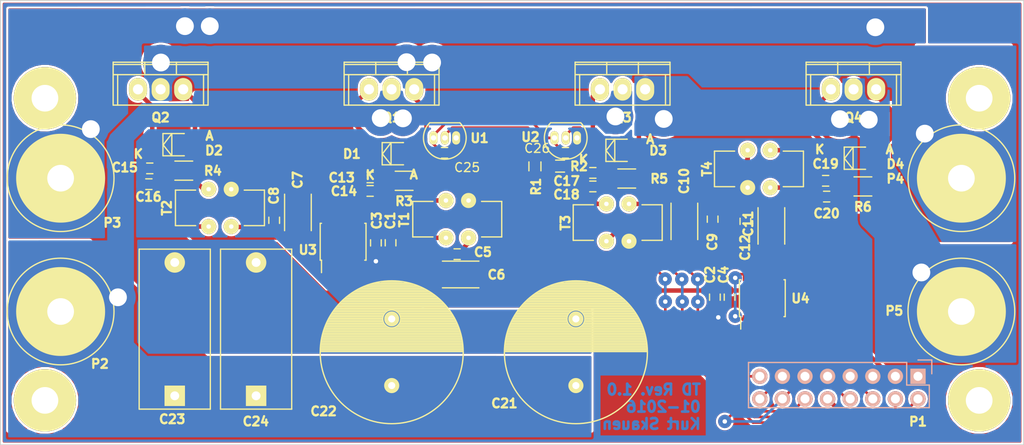
<source format=kicad_pcb>
(kicad_pcb (version 4) (host pcbnew 4.0.1-stable)
  (layers (0 F.Cu signal) (31 B.Cu signal) (34 B.Paste user) (35 F.Paste user) (36 B.SilkS user) (37 F.SilkS user) (38 B.Mask user) (39 F.Mask user) (44 Edge.Cuts user))
  (net 0 "")
  (net 1 +12V)
  (net 2 GND)
  (net 3 "Net-(C5-Pad1)")
  (net 4 "Net-(C5-Pad2)")
  (net 5 "Net-(C7-Pad2)")
  (net 6 "Net-(C7-Pad1)")
  (net 7 "Net-(C10-Pad1)")
  (net 8 "Net-(C10-Pad2)")
  (net 9 "Net-(C11-Pad2)")
  (net 10 "Net-(C11-Pad1)")
  (net 11 "Net-(C13-Pad1)")
  (net 12 "Net-(C13-Pad2)")
  (net 13 "Net-(C15-Pad1)")
  (net 14 "Net-(C15-Pad2)")
  (net 15 "Net-(C17-Pad1)")
  (net 16 "Net-(C17-Pad2)")
  (net 17 "Net-(C19-Pad1)")
  (net 18 "Net-(C19-Pad2)")
  (net 19 +24V)
  (net 20 GNDPWR)
  (net 21 /GatePWM1L)
  (net 22 /GatePWM1H)
  (net 23 /GatePWM2L)
  (net 24 /GatePWM2H)
  (net 25 +3V3)
  (net 26 /GateEnable)
  (net 27 TEMP_MOSFET1)
  (net 28 TEMP_MOSFET2)
  (net 29 /OUTL2)
  (net 30 /OUTL1)
  (module MyMechanical:MH7x3 (layer F.Cu) (at 135 41)
    (fp_text reference REF** hide)
    (fp_text value MH7x3 hide)
    (pad "" np_thru_hole circle (at 0 0) (size 7 7) (drill 3) (layers *.Cu *.Mask F.SilkS))
  )
  (module MyMechanical:MH7x3 (layer F.Cu) (at 240 41)
    (fp_text reference REF** hide)
    (fp_text value MH7x3 hide)
    (pad "" np_thru_hole circle (at 0 0) (size 7 7) (drill 3) (layers *.Cu *.Mask F.SilkS))
  )
  (module MyMechanical:MH7x3 (layer F.Cu) (at 240 75)
    (fp_text reference REF** hide)
    (fp_text value MH7x3 hide)
    (pad "" np_thru_hole circle (at 0 0) (size 7 7) (drill 3) (layers *.Cu *.Mask F.SilkS))
  )
  (module MyCapacitors:C_0603 (layer F.Cu) (at 173.847 57.265 270)
    (fp_text reference C1 (at -2.5 0.032 270) (layer F.SilkS) (effects (font (thickness 0.25))))
    (fp_text value 1u hide)
    (pad 1 smd rect (at -0.75 0 270) (size 0.8 0.75) (layers F.Cu F.Paste F.Mask) (net 1 +12V))
    (pad 2 smd rect (at 0.75 0 270) (size 0.8 0.75) (layers F.Cu F.Paste F.Mask) (net 2 GND))
  )
  (module MyCapacitors:C_0603 (layer F.Cu) (at 210.296 63.385 270)
    (fp_text reference C2 (at -2.524 0.54 270) (layer F.SilkS) (effects (font (thickness 0.25))))
    (fp_text value 1u)
    (pad 1 smd rect (at -0.75 0 270) (size 0.8 0.75) (layers F.Cu F.Paste F.Mask) (net 1 +12V))
    (pad 2 smd rect (at 0.75 0 270) (size 0.8 0.75) (layers F.Cu F.Paste F.Mask) (net 2 GND))
  )
  (module MyCapacitors:C_0603 (layer F.Cu) (at 172.196 57.277 270)
    (fp_text reference C3 (at -2.512 -0.095 270) (layer F.SilkS) (effects (font (thickness 0.25))))
    (fp_text value 100n hide)
    (pad 1 smd rect (at -0.75 0 270) (size 0.8 0.75) (layers F.Cu F.Paste F.Mask) (net 1 +12V))
    (pad 2 smd rect (at 0.75 0 270) (size 0.8 0.75) (layers F.Cu F.Paste F.Mask) (net 2 GND))
  )
  (module MyCapacitors:C_0603 (layer F.Cu) (at 211.947 63.385 270)
    (fp_text reference C4 (at -2.524 0.667 270) (layer F.SilkS) (effects (font (thickness 0.25))))
    (fp_text value 100n)
    (pad 1 smd rect (at -0.75 0 270) (size 0.8 0.75) (layers F.Cu F.Paste F.Mask) (net 1 +12V))
    (pad 2 smd rect (at 0.75 0 270) (size 0.8 0.75) (layers F.Cu F.Paste F.Mask) (net 2 GND))
  )
  (module MyCapacitors:C_0603 (layer F.Cu) (at 181.328 58.547)
    (fp_text reference C5 (at 2.901 -0.226) (layer F.SilkS) (effects (font (thickness 0.25))))
    (fp_text value 100n)
    (pad 1 smd rect (at -0.75 0) (size 0.8 0.75) (layers F.Cu F.Paste F.Mask) (net 3 "Net-(C5-Pad1)"))
    (pad 2 smd rect (at 0.75 0) (size 0.8 0.75) (layers F.Cu F.Paste F.Mask) (net 4 "Net-(C5-Pad2)"))
  )
  (module Capacitors_Tantalum_SMD:TantalC_SizeB_EIA-3528_Reflow (layer F.Cu) (at 181.975 60.833)
    (fp_text reference C6 (at 3.778 0.028) (layer F.SilkS) (effects (font (thickness 0.25))))
    (fp_text value 10u)
    (pad 2 smd rect (at 1.46 0) (size 1.8 2.23) (layers F.Cu F.Paste F.Mask) (net 4 "Net-(C5-Pad2)"))
    (pad 1 smd rect (at -1.46 0) (size 1.8 2.23) (layers F.Cu F.Paste F.Mask) (net 3 "Net-(C5-Pad1)"))
  )
  (module Capacitors_Tantalum_SMD:TantalC_SizeB_EIA-3528_Reflow (layer F.Cu) (at 163.433 54.102 270)
    (fp_text reference C7 (at -3.909 0.032 270) (layer F.SilkS) (effects (font (thickness 0.25))))
    (fp_text value 10u hide)
    (pad 2 smd rect (at 1.46 0 270) (size 1.8 2.23) (layers F.Cu F.Paste F.Mask) (net 5 "Net-(C7-Pad2)"))
    (pad 1 smd rect (at -1.46 0 270) (size 1.8 2.23) (layers F.Cu F.Paste F.Mask) (net 6 "Net-(C7-Pad1)"))
  )
  (module MyCapacitors:C_0603 (layer F.Cu) (at 160.766 54.737 270)
    (fp_text reference C8 (at -2.766 0.032 270) (layer F.SilkS) (effects (font (thickness 0.25))))
    (fp_text value 100n hide)
    (pad 1 smd rect (at -0.75 0 270) (size 0.8 0.75) (layers F.Cu F.Paste F.Mask) (net 6 "Net-(C7-Pad1)"))
    (pad 2 smd rect (at 0.75 0 270) (size 0.8 0.75) (layers F.Cu F.Paste F.Mask) (net 5 "Net-(C7-Pad2)"))
  )
  (module MyCapacitors:C_0603 (layer F.Cu) (at 210.042 54.61 90)
    (fp_text reference C9 (at -2.568 -0.032 90) (layer F.SilkS) (effects (font (thickness 0.25))))
    (fp_text value 100n hide)
    (pad 1 smd rect (at -0.75 0 90) (size 0.8 0.75) (layers F.Cu F.Paste F.Mask) (net 7 "Net-(C10-Pad1)"))
    (pad 2 smd rect (at 0.75 0 90) (size 0.8 0.75) (layers F.Cu F.Paste F.Mask) (net 8 "Net-(C10-Pad2)"))
  )
  (module Capacitors_Tantalum_SMD:TantalC_SizeB_EIA-3528_Reflow (layer F.Cu) (at 206.867 54.61 90)
    (fp_text reference C10 (at 4.29 -0.032 90) (layer F.SilkS) (effects (font (thickness 0.25))))
    (fp_text value 10u hide)
    (pad 2 smd rect (at 1.46 0 90) (size 1.8 2.23) (layers F.Cu F.Paste F.Mask) (net 8 "Net-(C10-Pad2)"))
    (pad 1 smd rect (at -1.46 0 90) (size 1.8 2.23) (layers F.Cu F.Paste F.Mask) (net 7 "Net-(C10-Pad1)"))
  )
  (module Capacitors_Tantalum_SMD:TantalC_SizeB_EIA-3528_Reflow (layer F.Cu) (at 216.646 55.118 90)
    (fp_text reference C11 (at 0 -2.6 90) (layer F.SilkS) (effects (font (thickness 0.25))))
    (fp_text value 10u hide)
    (pad 2 smd rect (at 1.46 0 90) (size 1.8 2.23) (layers F.Cu F.Paste F.Mask) (net 9 "Net-(C11-Pad2)"))
    (pad 1 smd rect (at -1.46 0 90) (size 1.8 2.23) (layers F.Cu F.Paste F.Mask) (net 10 "Net-(C11-Pad1)"))
  )
  (module MyCapacitors:C_0603 (layer F.Cu) (at 213.725 54.852 90)
    (fp_text reference C12 (at -2.961 -0.032 90) (layer F.SilkS) (effects (font (thickness 0.25))))
    (fp_text value 100n hide)
    (pad 1 smd rect (at -0.75 0 90) (size 0.8 0.75) (layers F.Cu F.Paste F.Mask) (net 10 "Net-(C11-Pad1)"))
    (pad 2 smd rect (at 0.75 0 90) (size 0.8 0.75) (layers F.Cu F.Paste F.Mask) (net 9 "Net-(C11-Pad2)"))
  )
  (module MyCapacitors:C_0603 (layer F.Cu) (at 171.549 49.911)
    (fp_text reference C13 (at -3.195 0.028) (layer F.SilkS) (effects (font (thickness 0.25))))
    (fp_text value 100n hide)
    (pad 1 smd rect (at -0.75 0) (size 0.8 0.75) (layers F.Cu F.Paste F.Mask) (net 11 "Net-(C13-Pad1)"))
    (pad 2 smd rect (at 0.75 0) (size 0.8 0.75) (layers F.Cu F.Paste F.Mask) (net 12 "Net-(C13-Pad2)"))
  )
  (module Capacitors_SMD:C_0603 (layer F.Cu) (at 171.549 51.435 180)
    (fp_text reference C14 (at 2.941 -0.028 180) (layer F.SilkS) (effects (font (thickness 0.25))))
    (fp_text value 1u hide)
    (pad 1 smd rect (at -0.75 0 180) (size 0.8 0.75) (layers F.Cu F.Paste F.Mask) (net 12 "Net-(C13-Pad2)"))
    (pad 2 smd rect (at 0.75 0 180) (size 0.8 0.75) (layers F.Cu F.Paste F.Mask) (net 11 "Net-(C13-Pad1)"))
  )
  (module MyCapacitors:C_0603 (layer F.Cu) (at 146.784 48.895)
    (fp_text reference C15 (at -2.814 -0.099) (layer F.SilkS) (effects (font (thickness 0.25))))
    (fp_text value 100n hide)
    (pad 1 smd rect (at -0.75 0) (size 0.8 0.75) (layers F.Cu F.Paste F.Mask) (net 13 "Net-(C15-Pad1)"))
    (pad 2 smd rect (at 0.75 0) (size 0.8 0.75) (layers F.Cu F.Paste F.Mask) (net 14 "Net-(C15-Pad2)"))
  )
  (module Capacitors_SMD:C_0603 (layer F.Cu) (at 146.681 50.673 180)
    (fp_text reference C16 (at 0.044 -1.425 180) (layer F.SilkS) (effects (font (thickness 0.25))))
    (fp_text value 1u hide)
    (pad 1 smd rect (at -0.75 0 180) (size 0.8 0.75) (layers F.Cu F.Paste F.Mask) (net 14 "Net-(C15-Pad2)"))
    (pad 2 smd rect (at 0.75 0 180) (size 0.8 0.75) (layers F.Cu F.Paste F.Mask) (net 13 "Net-(C15-Pad1)"))
  )
  (module MyCapacitors:C_0603 (layer F.Cu) (at 196.58 49.403)
    (fp_text reference C17 (at -2.953 0.917) (layer F.SilkS) (effects (font (thickness 0.25))))
    (fp_text value 100n hide)
    (pad 1 smd rect (at -0.75 0) (size 0.8 0.75) (layers F.Cu F.Paste F.Mask) (net 15 "Net-(C17-Pad1)"))
    (pad 2 smd rect (at 0.75 0) (size 0.8 0.75) (layers F.Cu F.Paste F.Mask) (net 16 "Net-(C17-Pad2)"))
  )
  (module Capacitors_SMD:C_0603 (layer F.Cu) (at 196.58 50.927 180)
    (fp_text reference C18 (at 2.953 -0.917 180) (layer F.SilkS) (effects (font (thickness 0.25))))
    (fp_text value 1u hide)
    (pad 1 smd rect (at -0.75 0 180) (size 0.8 0.75) (layers F.Cu F.Paste F.Mask) (net 16 "Net-(C17-Pad2)"))
    (pad 2 smd rect (at 0.75 0 180) (size 0.8 0.75) (layers F.Cu F.Paste F.Mask) (net 15 "Net-(C17-Pad1)"))
  )
  (module MyCapacitors:C_0603 (layer F.Cu) (at 222.742 50.292)
    (fp_text reference C19 (at 0 -1.9) (layer F.SilkS) (effects (font (thickness 0.25))))
    (fp_text value 100n hide)
    (pad 1 smd rect (at -0.75 0) (size 0.8 0.75) (layers F.Cu F.Paste F.Mask) (net 17 "Net-(C19-Pad1)"))
    (pad 2 smd rect (at 0.75 0) (size 0.8 0.75) (layers F.Cu F.Paste F.Mask) (net 18 "Net-(C19-Pad2)"))
  )
  (module Capacitors_SMD:C_0603 (layer F.Cu) (at 222.857 52.07 180)
    (fp_text reference C20 (at 0 -1.9 180) (layer F.SilkS) (effects (font (thickness 0.25))))
    (fp_text value 1u hide)
    (pad 1 smd rect (at -0.75 0 180) (size 0.8 0.75) (layers F.Cu F.Paste F.Mask) (net 18 "Net-(C19-Pad2)"))
    (pad 2 smd rect (at 0.75 0 180) (size 0.8 0.75) (layers F.Cu F.Paste F.Mask) (net 17 "Net-(C19-Pad1)"))
  )
  (module MyCapacitors:C_Radial_D16_L25_P7.5 (layer F.Cu) (at 194.675 73.333 90)
    (fp_text reference C21 (at -2.006 -8.033 180) (layer F.SilkS) (effects (font (thickness 0.25))))
    (fp_text value 1000u/63V hide)
    (pad 1 thru_hole circle (at 0 0 90) (size 1.7 1.7) (drill 0.8) (layers *.Cu *.Mask F.SilkS) (net 19 +24V))
    (pad 2 thru_hole circle (at 7.5 0 90) (size 1.7 1.7) (drill 0.8) (layers *.Cu *.Mask F.SilkS) (net 20 GNDPWR))
  )
  (module MyCapacitors:C_Radial_D16_L25_P7.5 (layer F.Cu) (at 173.974 73.333 90)
    (fp_text reference C22 (at -2.895 -7.652 180) (layer F.SilkS) (effects (font (thickness 0.25))))
    (fp_text value 1000u/63V hide)
    (pad 1 thru_hole circle (at 0 0 90) (size 1.7 1.7) (drill 0.8) (layers *.Cu *.Mask F.SilkS) (net 19 +24V))
    (pad 2 thru_hole circle (at 7.5 0 90) (size 1.7 1.7) (drill 0.8) (layers *.Cu *.Mask F.SilkS) (net 20 GNDPWR))
  )
  (module MyCapacitors:C_Rect_L18_W8_P15 (layer F.Cu) (at 149.59 74.483 90)
    (fp_text reference C23 (at -2.634 -0.286 180) (layer F.SilkS) (effects (font (thickness 0.25))))
    (fp_text value 2.2u/63V hide)
    (pad 1 thru_hole rect (at 0 0 90) (size 2.3 2.3) (drill 1) (layers *.Cu *.Mask F.SilkS) (net 19 +24V))
    (pad 2 thru_hole circle (at 15 0 90) (size 2.3 2.3) (drill 1) (layers *.Cu *.Mask F.SilkS) (net 20 GNDPWR))
  )
  (module MyCapacitors:C_Rect_L18_W8_P15 (layer F.Cu) (at 158.734 74.483 90)
    (fp_text reference C24 (at -2.888 -0.032 180) (layer F.SilkS) (effects (font (thickness 0.25))))
    (fp_text value 2.2u/63V hide)
    (pad 1 thru_hole rect (at 0 0 90) (size 2.3 2.3) (drill 1) (layers *.Cu *.Mask F.SilkS) (net 19 +24V))
    (pad 2 thru_hole circle (at 15 0 90) (size 2.3 2.3) (drill 1) (layers *.Cu *.Mask F.SilkS) (net 20 GNDPWR))
  )
  (module MyDiodes:MELF_Standard (layer F.Cu) (at 174.101 47.244)
    (fp_text reference D1 (at -4.604 0.028) (layer F.SilkS) (effects (font (thickness 0.25))))
    (fp_text value ZMY12 hide)
    (fp_text user K (at -2.55 2.4) (layer F.SilkS) (effects (font (thickness 0.25))))
    (fp_text user A (at 2.35 2.35) (layer F.SilkS) (effects (font (thickness 0.25))))
    (pad 1 smd rect (at -2.4003 0) (size 1.50114 2.70002) (layers F.Cu F.Paste F.Mask) (net 12 "Net-(C13-Pad2)"))
    (pad 2 smd rect (at 2.4003 0) (size 1.50114 2.70002) (layers F.Cu F.Paste F.Mask) (net 29 /OUTL2))
  )
  (module MyDiodes:MELF_Standard (layer F.Cu) (at 149.463 46.228)
    (fp_text reference D2 (at 4.54 0.663) (layer F.SilkS) (effects (font (thickness 0.25))))
    (fp_text value ZMY12 hide)
    (fp_text user K (at -3.969 1.044) (layer F.SilkS) (effects (font (thickness 0.25))))
    (fp_text user A (at 4.032 -0.988) (layer F.SilkS) (effects (font (thickness 0.25))))
    (pad 1 smd rect (at -2.4003 0) (size 1.50114 2.70002) (layers F.Cu F.Paste F.Mask) (net 14 "Net-(C15-Pad2)"))
    (pad 2 smd rect (at 2.4003 0) (size 1.50114 2.70002) (layers F.Cu F.Paste F.Mask) (net 20 GNDPWR))
  )
  (module MyDiodes:MELF_Standard (layer F.Cu) (at 199.247 46.863)
    (fp_text reference D3 (at 4.667 0.028) (layer F.SilkS) (effects (font (thickness 0.25))))
    (fp_text value ZMY12 hide)
    (fp_text user K (at -3.715 1.044) (layer F.SilkS) (effects (font (thickness 0.25))))
    (fp_text user A (at 3.778 -1.242) (layer F.SilkS) (effects (font (thickness 0.25))))
    (pad 1 smd rect (at -2.4003 0) (size 1.50114 2.70002) (layers F.Cu F.Paste F.Mask) (net 16 "Net-(C17-Pad2)"))
    (pad 2 smd rect (at 2.4003 0) (size 1.50114 2.70002) (layers F.Cu F.Paste F.Mask) (net 30 /OUTL1))
  )
  (module MyDiodes:MELF_Standard (layer F.Cu) (at 226.0313 47.752)
    (fp_text reference D4 (at 4.5527 0.663) (layer F.SilkS) (effects (font (thickness 0.25))))
    (fp_text value ZMY12 hide)
    (fp_text user K (at -3.9563 -0.988) (layer F.SilkS) (effects (font (thickness 0.25))))
    (fp_text user A (at 3.9177 -0.988) (layer F.SilkS) (effects (font (thickness 0.25))))
    (pad 1 smd rect (at -2.4003 0) (size 1.50114 2.70002) (layers F.Cu F.Paste F.Mask) (net 18 "Net-(C19-Pad2)"))
    (pad 2 smd rect (at 2.4003 0) (size 1.50114 2.70002) (layers F.Cu F.Paste F.Mask) (net 20 GNDPWR))
  )
  (module MyResistors:R_0603 (layer F.Cu) (at 190.071 48.669 90)
    (fp_text reference R1 (at -2.286 0.127 90) (layer F.SilkS) (effects (font (thickness 0.25))))
    (fp_text value 4k7 hide)
    (pad 1 smd rect (at -0.75 0 90) (size 0.5 0.9) (layers F.Cu F.Paste F.Mask) (net 25 +3V3))
    (pad 2 smd rect (at 0.75 0 90) (size 0.5 0.9) (layers F.Cu F.Paste F.Mask) (net 27 TEMP_MOSFET1))
  )
  (module MyResistors:R_0603 (layer F.Cu) (at 192.897 48.641)
    (fp_text reference R2 (at 2.127 0.028) (layer F.SilkS) (effects (font (thickness 0.25))))
    (fp_text value 4k7 hide)
    (pad 1 smd rect (at -0.75 0) (size 0.5 0.9) (layers F.Cu F.Paste F.Mask) (net 25 +3V3))
    (pad 2 smd rect (at 0.75 0) (size 0.5 0.9) (layers F.Cu F.Paste F.Mask) (net 28 TEMP_MOSFET2))
  )
  (module MyResistors:R_1206 (layer F.Cu) (at 175.371 50.292 180)
    (fp_text reference R3 (at 0 -2.3 180) (layer F.SilkS) (effects (font (thickness 0.25))))
    (fp_text value 150R hide)
    (pad 1 smd rect (at -1.45 0 180) (size 0.9 1.7) (layers F.Cu F.Paste F.Mask) (net 29 /OUTL2))
    (pad 2 smd rect (at 1.45 0 180) (size 0.9 1.7) (layers F.Cu F.Paste F.Mask) (net 12 "Net-(C13-Pad2)"))
  )
  (module MyResistors:R_1206 (layer F.Cu) (at 150.606 49.149 180)
    (fp_text reference R4 (at -3.27 -0.028 180) (layer F.SilkS) (effects (font (thickness 0.25))))
    (fp_text value 150R hide)
    (pad 1 smd rect (at -1.45 0 180) (size 0.9 1.7) (layers F.Cu F.Paste F.Mask) (net 20 GNDPWR))
    (pad 2 smd rect (at 1.45 0 180) (size 0.9 1.7) (layers F.Cu F.Paste F.Mask) (net 14 "Net-(C15-Pad2)"))
  )
  (module MyResistors:R_1206 (layer F.Cu) (at 200.39 50.038 180)
    (fp_text reference R5 (at -3.651 -0.028 180) (layer F.SilkS) (effects (font (thickness 0.25))))
    (fp_text value 150R hide)
    (pad 1 smd rect (at -1.45 0 180) (size 0.9 1.7) (layers F.Cu F.Paste F.Mask) (net 30 /OUTL1))
    (pad 2 smd rect (at 1.45 0 180) (size 0.9 1.7) (layers F.Cu F.Paste F.Mask) (net 16 "Net-(C17-Pad2)"))
  )
  (module MyResistors:R_1206 (layer F.Cu) (at 226.933 50.927 180)
    (fp_text reference R6 (at 0 -2.3 180) (layer F.SilkS) (effects (font (thickness 0.25))))
    (fp_text value 150R hide)
    (pad 1 smd rect (at -1.45 0 180) (size 0.9 1.7) (layers F.Cu F.Paste F.Mask) (net 20 GNDPWR))
    (pad 2 smd rect (at 1.45 0 180) (size 0.9 1.7) (layers F.Cu F.Paste F.Mask) (net 18 "Net-(C19-Pad2)"))
  )
  (module MyFootprints:TO-92_Inline_Narrow_Oval (layer F.Cu) (at 181.213 45.466 180)
    (fp_text reference U1 (at -2.635 -0.028 180) (layer F.SilkS) (effects (font (thickness 0.25))))
    (fp_text value DS18B20 hide)
    (pad 2 thru_hole oval (at 1.27 0) (size 0.89916 1.50114) (drill 0.6) (layers *.Cu *.Mask F.SilkS) (net 27 TEMP_MOSFET1))
    (pad 3 thru_hole oval (at 2.54 0) (size 0.89916 1.50114) (drill 0.6) (layers *.Cu *.Mask F.SilkS) (net 25 +3V3))
    (pad 1 thru_hole oval (at 0 0) (size 0.89916 1.50114) (drill 0.6) (layers *.Cu *.Mask F.SilkS) (net 2 GND))
  )
  (module MyFootprints:TO-92_Inline_Narrow_Oval (layer F.Cu) (at 194.802 45.466 180)
    (fp_text reference U2 (at 5.239 0.099 180) (layer F.SilkS) (effects (font (thickness 0.25))))
    (fp_text value DS18B20 hide)
    (pad 2 thru_hole oval (at 1.27 0) (size 0.89916 1.50114) (drill 0.6) (layers *.Cu *.Mask F.SilkS) (net 28 TEMP_MOSFET2))
    (pad 3 thru_hole oval (at 2.54 0) (size 0.89916 1.50114) (drill 0.6) (layers *.Cu *.Mask F.SilkS) (net 25 +3V3))
    (pad 1 thru_hole oval (at 0 0) (size 0.89916 1.50114) (drill 0.6) (layers *.Cu *.Mask F.SilkS) (net 2 GND))
  )
  (module MyFootprints:SOIC-8_3.9x4.9mm_Pitch1.27mm (layer F.Cu) (at 168.513 57.15 90)
    (fp_text reference U3 (at -0.917 -3.969 180) (layer F.SilkS) (effects (font (thickness 0.25))))
    (fp_text value UCC27424D hide)
    (pad 1 smd rect (at -2.7 -1.905 90) (size 1.55 0.6) (layers F.Cu F.Paste F.Mask) (net 26 /GateEnable))
    (pad 2 smd rect (at -2.7 -0.635 90) (size 1.55 0.6) (layers F.Cu F.Paste F.Mask) (net 21 /GatePWM1L))
    (pad 3 smd rect (at -2.7 0.635 90) (size 1.55 0.6) (layers F.Cu F.Paste F.Mask) (net 2 GND))
    (pad 4 smd rect (at -2.7 1.905 90) (size 1.55 0.6) (layers F.Cu F.Paste F.Mask) (net 22 /GatePWM1H))
    (pad 5 smd rect (at 2.7 1.905 90) (size 1.55 0.6) (layers F.Cu F.Paste F.Mask) (net 3 "Net-(C5-Pad1)"))
    (pad 6 smd rect (at 2.7 0.635 90) (size 1.55 0.6) (layers F.Cu F.Paste F.Mask) (net 1 +12V))
    (pad 7 smd rect (at 2.7 -0.635 90) (size 1.55 0.6) (layers F.Cu F.Paste F.Mask) (net 6 "Net-(C7-Pad1)"))
    (pad 8 smd rect (at 2.7 -1.905 90) (size 1.55 0.6) (layers F.Cu F.Paste F.Mask) (net 26 /GateEnable))
  )
  (module MyFootprints:SOIC-8_3.9x4.9mm_Pitch1.27mm (layer F.Cu) (at 215.63 63.5 90)
    (fp_text reference U4 (at -0.028 4.286 180) (layer F.SilkS) (effects (font (thickness 0.25))))
    (fp_text value UCC27424D hide)
    (pad 1 smd rect (at -2.7 -1.905 90) (size 1.55 0.6) (layers F.Cu F.Paste F.Mask) (net 26 /GateEnable))
    (pad 2 smd rect (at -2.7 -0.635 90) (size 1.55 0.6) (layers F.Cu F.Paste F.Mask) (net 24 /GatePWM2H))
    (pad 3 smd rect (at -2.7 0.635 90) (size 1.55 0.6) (layers F.Cu F.Paste F.Mask) (net 2 GND))
    (pad 4 smd rect (at -2.7 1.905 90) (size 1.55 0.6) (layers F.Cu F.Paste F.Mask) (net 23 /GatePWM2L))
    (pad 5 smd rect (at 2.7 1.905 90) (size 1.55 0.6) (layers F.Cu F.Paste F.Mask) (net 10 "Net-(C11-Pad1)"))
    (pad 6 smd rect (at 2.7 0.635 90) (size 1.55 0.6) (layers F.Cu F.Paste F.Mask) (net 1 +12V))
    (pad 7 smd rect (at 2.7 -0.635 90) (size 1.55 0.6) (layers F.Cu F.Paste F.Mask) (net 7 "Net-(C10-Pad1)"))
    (pad 8 smd rect (at 2.7 -1.905 90) (size 1.55 0.6) (layers F.Cu F.Paste F.Mask) (net 26 /GateEnable))
  )
  (module MyMagnetics:GateTR10x4 (layer F.Cu) (at 182.61 54.61 270)
    (fp_text reference T1 (at 0.059 7.239 270) (layer F.SilkS) (effects (font (thickness 0.25))))
    (fp_text value GateTR10x4 hide)
    (pad 1 thru_hole circle (at -2.1 0 270) (size 1.7 1.7) (drill 0.5) (layers *.Cu *.Mask F.SilkS) (net 2 GND))
    (pad 3 thru_hole circle (at -2.1 2.54 270) (size 1.7 1.7) (drill 0.5) (layers *.Cu *.Mask F.SilkS) (net 29 /OUTL2))
    (pad 2 thru_hole circle (at 2.1 0 270) (size 1.7 1.7) (drill 0.5) (layers *.Cu *.Mask F.SilkS) (net 4 "Net-(C5-Pad2)"))
    (pad 4 thru_hole circle (at 2.1 2.54 270) (size 1.7 1.7) (drill 0.5) (layers *.Cu *.Mask F.SilkS) (net 11 "Net-(C13-Pad1)"))
  )
  (module MyMagnetics:GateTR10x4 (layer F.Cu) (at 155.94 53.34 270)
    (fp_text reference T2 (at 0 7.239 270) (layer F.SilkS) (effects (font (thickness 0.25))))
    (fp_text value GateTR10x4 hide)
    (pad 1 thru_hole circle (at -2.1 0 270) (size 1.7 1.7) (drill 0.5) (layers *.Cu *.Mask F.SilkS) (net 2 GND))
    (pad 3 thru_hole circle (at -2.1 2.54 270) (size 1.7 1.7) (drill 0.5) (layers *.Cu *.Mask F.SilkS) (net 20 GNDPWR))
    (pad 2 thru_hole circle (at 2.1 0 270) (size 1.7 1.7) (drill 0.5) (layers *.Cu *.Mask F.SilkS) (net 5 "Net-(C7-Pad2)"))
    (pad 4 thru_hole circle (at 2.1 2.54 270) (size 1.7 1.7) (drill 0.5) (layers *.Cu *.Mask F.SilkS) (net 13 "Net-(C15-Pad1)"))
  )
  (module MyMagnetics:GateTR10x4 (layer F.Cu) (at 200.644 54.991 270)
    (fp_text reference T3 (at 0.028 7.144 270) (layer F.SilkS) (effects (font (thickness 0.25))))
    (fp_text value GateTR10x4 hide)
    (pad 1 thru_hole circle (at -2.1 0 270) (size 1.7 1.7) (drill 0.5) (layers *.Cu *.Mask F.SilkS) (net 8 "Net-(C10-Pad2)"))
    (pad 3 thru_hole circle (at -2.1 2.54 270) (size 1.7 1.7) (drill 0.5) (layers *.Cu *.Mask F.SilkS) (net 15 "Net-(C17-Pad1)"))
    (pad 2 thru_hole circle (at 2.1 0 270) (size 1.7 1.7) (drill 0.5) (layers *.Cu *.Mask F.SilkS) (net 2 GND))
    (pad 4 thru_hole circle (at 2.1 2.54 270) (size 1.7 1.7) (drill 0.5) (layers *.Cu *.Mask F.SilkS) (net 30 /OUTL1))
  )
  (module MyMagnetics:GateTR10x4 (layer F.Cu) (at 213.979 48.954 90)
    (fp_text reference T4 (at 0 -4.572 90) (layer F.SilkS) (effects (font (thickness 0.25))))
    (fp_text value GateTR10x4 hide)
    (pad 1 thru_hole circle (at -2.1 0 90) (size 1.7 1.7) (drill 0.5) (layers *.Cu *.Mask F.SilkS) (net 2 GND))
    (pad 3 thru_hole circle (at -2.1 2.54 90) (size 1.7 1.7) (drill 0.5) (layers *.Cu *.Mask F.SilkS) (net 20 GNDPWR))
    (pad 2 thru_hole circle (at 2.1 0 90) (size 1.7 1.7) (drill 0.5) (layers *.Cu *.Mask F.SilkS) (net 9 "Net-(C11-Pad2)"))
    (pad 4 thru_hole circle (at 2.1 2.54 90) (size 1.7 1.7) (drill 0.5) (layers *.Cu *.Mask F.SilkS) (net 17 "Net-(C19-Pad1)"))
  )
  (module MyConnectors:PowerPad10 (layer F.Cu) (at 136.763 65)
    (fp_text reference P2 (at 4.413 5.894) (layer F.SilkS) (effects (font (thickness 0.25))))
    (fp_text value PWR_IN+)
    (pad 1 thru_hole circle (at 0 0) (size 10 10) (drill 3) (layers *.Cu *.Mask F.SilkS) (net 19 +24V))
  )
  (module MyConnectors:PowerPad10 (layer F.Cu) (at 136.763 50)
    (fp_text reference P3 (at 5.81 5.019) (layer F.SilkS) (effects (font (thickness 0.25))))
    (fp_text value PWR_GND)
    (pad 1 thru_hole circle (at 0 0) (size 10 10) (drill 3) (layers *.Cu *.Mask F.SilkS) (net 20 GNDPWR))
  )
  (module MyConnectors:PowerPad10 (layer F.Cu) (at 238 50)
    (fp_text reference P4 (at -7.416 0.066) (layer F.SilkS) (effects (font (thickness 0.25))))
    (fp_text value PWR_OUT_L2)
    (pad 1 thru_hole circle (at 0 0) (size 10 10) (drill 3) (layers *.Cu *.Mask F.SilkS) (net 29 /OUTL2))
  )
  (module MyConnectors:PowerPad10 (layer F.Cu) (at 238 65)
    (fp_text reference P5 (at -7.543 -0.075) (layer F.SilkS) (effects (font (thickness 0.25))))
    (fp_text value PWR_OUT_L1)
    (pad 1 thru_hole circle (at 0 0) (size 10 10) (drill 3) (layers *.Cu *.Mask F.SilkS) (net 30 /OUTL1))
  )
  (module MyMechanical:MH7x3 (layer F.Cu) (at 135 75)
    (fp_text reference REF** hide)
    (fp_text value MH7x3 hide)
    (pad "" np_thru_hole circle (at 0 0) (size 7 7) (drill 3) (layers *.Cu *.Mask F.SilkS))
  )
  (module MyFootprints:TO-220 (layer F.Cu) (at 148 40)
    (fp_text reference Q2 (at 0 3.175) (layer F.SilkS) (effects (font (thickness 0.25))))
    (fp_text value STP65NF06 hide)
    (pad 2 thru_hole oval (at 0 0) (size 2.032 2.54) (drill 1.143) (layers *.Cu *.Mask F.SilkS) (net 29 /OUTL2))
    (pad 3 thru_hole oval (at 2.54 0) (size 2.032 2.54) (drill 1.143) (layers *.Cu *.Mask F.SilkS) (net 20 GNDPWR))
    (pad 1 thru_hole oval (at -2.54 0) (size 2.032 2.54) (drill 1.143) (layers *.Cu *.Mask F.SilkS) (net 14 "Net-(C15-Pad2)"))
  )
  (module MyFootprints:TO-220 (layer F.Cu) (at 173.96 40)
    (fp_text reference Q1 (at 0 3.175) (layer F.SilkS) (effects (font (thickness 0.25))))
    (fp_text value STP65NF06 hide)
    (pad 2 thru_hole oval (at 0 0) (size 2.032 2.54) (drill 1.143) (layers *.Cu *.Mask F.SilkS) (net 19 +24V))
    (pad 3 thru_hole oval (at 2.54 0) (size 2.032 2.54) (drill 1.143) (layers *.Cu *.Mask F.SilkS) (net 29 /OUTL2))
    (pad 1 thru_hole oval (at -2.54 0) (size 2.032 2.54) (drill 1.143) (layers *.Cu *.Mask F.SilkS) (net 12 "Net-(C13-Pad2)"))
  )
  (module MyFootprints:TO-220 (layer F.Cu) (at 199.92 40)
    (fp_text reference Q3 (at 0 3.175) (layer F.SilkS) (effects (font (thickness 0.25))))
    (fp_text value STP65NF06 hide)
    (pad 2 thru_hole oval (at 0 0) (size 2.032 2.54) (drill 1.143) (layers *.Cu *.Mask F.SilkS) (net 19 +24V))
    (pad 3 thru_hole oval (at 2.54 0) (size 2.032 2.54) (drill 1.143) (layers *.Cu *.Mask F.SilkS) (net 30 /OUTL1))
    (pad 1 thru_hole oval (at -2.54 0) (size 2.032 2.54) (drill 1.143) (layers *.Cu *.Mask F.SilkS) (net 16 "Net-(C17-Pad2)"))
  )
  (module MyFootprints:TO-220 (layer F.Cu) (at 225.88 40)
    (fp_text reference Q4 (at 0 3.175) (layer F.SilkS) (effects (font (thickness 0.25))))
    (fp_text value STP65NF06 hide)
    (pad 2 thru_hole oval (at 0 0) (size 2.032 2.54) (drill 1.143) (layers *.Cu *.Mask F.SilkS) (net 30 /OUTL1))
    (pad 3 thru_hole oval (at 2.54 0) (size 2.032 2.54) (drill 1.143) (layers *.Cu *.Mask F.SilkS) (net 20 GNDPWR))
    (pad 1 thru_hole oval (at -2.54 0) (size 2.032 2.54) (drill 1.143) (layers *.Cu *.Mask F.SilkS) (net 18 "Net-(C19-Pad2)"))
  )
  (module MyConnectors:PinHeaderMale_2x08 (layer F.Cu) (at 233.124 72.291 180)
    (fp_text reference P1 (at 0 -5.1 180) (layer F.SilkS) (effects (font (thickness 0.25))))
    (fp_text value CONTROL hide)
    (pad 1 thru_hole rect (at 0 0 180) (size 1.7272 1.7272) (drill 1.016) (layers *.Cu *.Mask B.SilkS) (net 2 GND))
    (pad 2 thru_hole oval (at 0 -2.54 180) (size 1.7272 1.7272) (drill 1.016) (layers *.Cu *.Mask B.SilkS) (net 21 /GatePWM1L))
    (pad 3 thru_hole oval (at 2.54 0 180) (size 1.7272 1.7272) (drill 1.016) (layers *.Cu *.Mask B.SilkS) (net 2 GND))
    (pad 4 thru_hole oval (at 2.54 -2.54 180) (size 1.7272 1.7272) (drill 1.016) (layers *.Cu *.Mask B.SilkS) (net 22 /GatePWM1H))
    (pad 5 thru_hole oval (at 5.08 0 180) (size 1.7272 1.7272) (drill 1.016) (layers *.Cu *.Mask B.SilkS) (net 2 GND))
    (pad 6 thru_hole oval (at 5.08 -2.54 180) (size 1.7272 1.7272) (drill 1.016) (layers *.Cu *.Mask B.SilkS) (net 23 /GatePWM2L))
    (pad 7 thru_hole oval (at 7.62 0 180) (size 1.7272 1.7272) (drill 1.016) (layers *.Cu *.Mask B.SilkS) (net 2 GND))
    (pad 8 thru_hole oval (at 7.62 -2.54 180) (size 1.7272 1.7272) (drill 1.016) (layers *.Cu *.Mask B.SilkS) (net 24 /GatePWM2H))
    (pad 9 thru_hole oval (at 10.16 0 180) (size 1.7272 1.7272) (drill 1.016) (layers *.Cu *.Mask B.SilkS) (net 2 GND))
    (pad 10 thru_hole oval (at 10.16 -2.54 180) (size 1.7272 1.7272) (drill 1.016) (layers *.Cu *.Mask B.SilkS) (net 1 +12V))
    (pad 11 thru_hole oval (at 12.7 0 180) (size 1.7272 1.7272) (drill 1.016) (layers *.Cu *.Mask B.SilkS) (net 2 GND))
    (pad 12 thru_hole oval (at 12.7 -2.54 180) (size 1.7272 1.7272) (drill 1.016) (layers *.Cu *.Mask B.SilkS) (net 25 +3V3))
    (pad 13 thru_hole oval (at 15.24 0 180) (size 1.7272 1.7272) (drill 1.016) (layers *.Cu *.Mask B.SilkS) (net 2 GND))
    (pad 14 thru_hole oval (at 15.24 -2.54 180) (size 1.7272 1.7272) (drill 1.016) (layers *.Cu *.Mask B.SilkS) (net 26 /GateEnable))
    (pad 15 thru_hole oval (at 17.78 0 180) (size 1.7272 1.7272) (drill 1.016) (layers *.Cu *.Mask B.SilkS) (net 27 TEMP_MOSFET1))
    (pad 16 thru_hole oval (at 17.78 -2.54 180) (size 1.7272 1.7272) (drill 1.016) (layers *.Cu *.Mask B.SilkS) (net 28 TEMP_MOSFET2))
  )
  (module MyCapacitors:C_0603 (layer F.Cu) (at 179.911 47.145)
    (fp_text reference C25 (at 2.54 1.651) (layer F.SilkS))
    (fp_text value 100n hide)
    (pad 1 smd rect (at -0.75 0) (size 0.8 0.75) (layers F.Cu F.Paste F.Mask) (net 25 +3V3))
    (pad 2 smd rect (at 0.75 0) (size 0.8 0.75) (layers F.Cu F.Paste F.Mask) (net 2 GND))
  )
  (module MyCapacitors:C_0603 (layer F.Cu) (at 193.5 47.145)
    (fp_text reference C26 (at -3.175 -0.508) (layer F.SilkS))
    (fp_text value 100n hide)
    (pad 1 smd rect (at -0.75 0) (size 0.8 0.75) (layers F.Cu F.Paste F.Mask) (net 25 +3V3))
    (pad 2 smd rect (at 0.75 0) (size 0.8 0.75) (layers F.Cu F.Paste F.Mask) (net 2 GND))
  )
  (gr_text "TD Rev. 1.0\n01-2016\nKurt Skauen" (at 208.867 75.72) (layer B.Cu) (effects (font (size 1.2 1.2) (thickness 0.3)) (justify left mirror)))
  (gr_line (start 130 80) (end 130 30) (angle 90) (layer Edge.Cuts) (width 0.1))
  (gr_line (start 245 80) (end 130 80) (angle 90) (layer Edge.Cuts) (width 0.1))
  (gr_line (start 245 30) (end 245 80) (angle 90) (layer Edge.Cuts) (width 0.1))
  (gr_line (start 130 30) (end 245 30) (angle 90) (layer Edge.Cuts) (width 0.1))
  (segment (start 209.407 62.611) (end 209.379 62.639) (width 0.5) (layer F.Cu) (net 1))
  (segment (start 209.379 62.639) (end 179.082 62.639) (width 0.5) (layer F.Cu) (net 1))
  (segment (start 179.082 62.639) (end 178.768 62.325) (width 0.5) (layer F.Cu) (net 1))
  (segment (start 178.768 62.325) (end 178.768 60.226) (width 0.5) (layer F.Cu) (net 1))
  (segment (start 175.057 56.515) (end 173.847 56.515) (width 0.5) (layer F.Cu) (net 1))
  (segment (start 178.768 60.226) (end 175.057 56.515) (width 0.5) (layer F.Cu) (net 1))
  (segment (start 229.3112 75.6158) (end 228.699 76.228) (width 0.5) (layer F.Cu) (net 1))
  (segment (start 228.699 76.228) (end 224.361 76.228) (width 0.5) (layer F.Cu) (net 1))
  (segment (start 224.361 76.228) (end 222.964 74.831) (width 0.5) (layer F.Cu) (net 1))
  (segment (start 229.3112 71.783) (end 229.3112 72.926) (width 0.3) (layer F.Cu) (net 1))
  (segment (start 229.3112 71.5772) (end 229.3112 71.783) (width 0.5) (layer F.Cu) (net 1))
  (segment (start 229.009 71.275) (end 229.3112 71.5772) (width 0.5) (layer F.Cu) (net 1))
  (segment (start 220.369 62.635) (end 229.009 71.275) (width 0.5) (layer F.Cu) (net 1))
  (segment (start 229.3112 72.799) (end 229.314 72.7962) (width 0.3) (layer F.Cu) (net 1))
  (segment (start 229.314 72.7962) (end 229.314 71.9382) (width 0.3) (layer F.Cu) (net 1))
  (segment (start 229.3112 72.926) (end 229.3112 72.799) (width 0.5) (layer F.Cu) (net 1))
  (segment (start 229.3112 74.323) (end 229.3112 75.6158) (width 0.3) (layer F.Cu) (net 1))
  (segment (start 229.3112 72.926) (end 229.3112 74.323) (width 0.5) (layer F.Cu) (net 1))
  (segment (start 216.3346 62.635) (end 220.369 62.635) (width 0.5) (layer F.Cu) (net 1))
  (segment (start 211.947 62.635) (end 216.3346 62.635) (width 0.5) (layer F.Cu) (net 1))
  (segment (start 216.265 60.8) (end 216.281 60.816) (width 0.5) (layer F.Cu) (net 1))
  (segment (start 216.281 60.816) (end 216.281 62.5814) (width 0.5) (layer F.Cu) (net 1))
  (segment (start 216.281 62.5814) (end 216.3346 62.635) (width 0.5) (layer F.Cu) (net 1))
  (segment (start 209.470999 62.674999) (end 209.407 62.611) (width 0.5) (layer F.Cu) (net 1))
  (segment (start 169.148 54.45) (end 169.148 55.813) (width 0.5) (layer F.Cu) (net 1))
  (segment (start 169.148 55.813) (end 169.862 56.527) (width 0.5) (layer F.Cu) (net 1))
  (segment (start 169.862 56.527) (end 172.196 56.527) (width 0.5) (layer F.Cu) (net 1))
  (segment (start 210.272 62.611) (end 209.407 62.611) (width 0.5) (layer F.Cu) (net 1))
  (segment (start 210.296 62.635) (end 210.272 62.611) (width 0.5) (layer F.Cu) (net 1))
  (segment (start 172.196 56.527) (end 173.835 56.527) (width 0.5) (layer F.Cu) (net 1))
  (segment (start 173.835 56.527) (end 173.847 56.515) (width 0.5) (layer F.Cu) (net 1))
  (segment (start 210.296 62.635) (end 211.947 62.635) (width 0.5) (layer F.Cu) (net 1))
  (segment (start 194.25 47.145) (end 194.516 46.879) (width 0.3) (layer F.Cu) (net 2))
  (segment (start 194.516 46.879) (end 194.516 45.752) (width 0.3) (layer F.Cu) (net 2))
  (segment (start 194.516 45.752) (end 194.802 45.466) (width 0.3) (layer F.Cu) (net 2))
  (segment (start 217.884 72.291) (end 216.614 73.561) (width 0.3) (layer B.Cu) (net 2))
  (segment (start 216.614 73.561) (end 212.681 73.561) (width 0.3) (layer B.Cu) (net 2))
  (segment (start 212.681 73.561) (end 212.679 73.563) (width 0.3) (layer B.Cu) (net 2))
  (segment (start 212.679 73.563) (end 210.645 71.529) (width 0.3) (layer B.Cu) (net 2))
  (segment (start 210.645 71.529) (end 210.645 68.132686) (width 0.3) (layer B.Cu) (net 2))
  (segment (start 210.645 68.132686) (end 210.677 68.100686) (width 0.3) (layer B.Cu) (net 2))
  (segment (start 210.677 68.100686) (end 210.677686 68.1) (width 0.3) (layer B.Cu) (net 2))
  (segment (start 171.13534 59.345958) (end 172.196 59.345958) (width 0.3) (layer B.Cu) (net 2))
  (segment (start 155.94 51.24) (end 164.045958 59.345958) (width 0.3) (layer B.Cu) (net 2))
  (segment (start 172.196 58.027) (end 172.196 59.345958) (width 0.3) (layer F.Cu) (net 2))
  (via (at 172.196 59.345958) (size 1.5) (drill 0.5) (layers F.Cu B.Cu) (net 2))
  (segment (start 172.945999 58.595959) (end 172.196 59.345958) (width 0.3) (layer B.Cu) (net 2))
  (segment (start 182.61 52.51) (end 179.585001 55.534999) (width 0.3) (layer B.Cu) (net 2))
  (segment (start 179.585001 55.534999) (end 176.006959 55.534999) (width 0.3) (layer B.Cu) (net 2))
  (segment (start 164.045958 59.345958) (end 171.13534 59.345958) (width 0.3) (layer B.Cu) (net 2))
  (segment (start 176.006959 55.534999) (end 172.945999 58.595959) (width 0.3) (layer B.Cu) (net 2))
  (segment (start 210.677 65.659) (end 210.264 65.246) (width 0.3) (layer F.Cu) (net 2))
  (segment (start 210.264 65.246) (end 210.264 64.167) (width 0.3) (layer F.Cu) (net 2))
  (segment (start 210.264 64.167) (end 210.296 64.135) (width 0.3) (layer F.Cu) (net 2))
  (segment (start 210.296 64.135) (end 210.324 64.163) (width 0.3) (layer F.Cu) (net 2))
  (segment (start 210.324 64.163) (end 211.919 64.163) (width 0.3) (layer F.Cu) (net 2))
  (segment (start 211.919 64.163) (end 211.947 64.135) (width 0.3) (layer F.Cu) (net 2))
  (segment (start 211.947 64.135) (end 215.316 64.135) (width 0.3) (layer F.Cu) (net 2))
  (segment (start 215.316 64.135) (end 216.233 65.052) (width 0.3) (layer F.Cu) (net 2))
  (segment (start 216.233 66.168) (end 216.265 66.2) (width 0.3) (layer F.Cu) (net 2))
  (segment (start 216.233 65.052) (end 216.233 66.168) (width 0.3) (layer F.Cu) (net 2))
  (segment (start 210.677 65.659) (end 210.677 66.71966) (width 0.3) (layer B.Cu) (net 2))
  (segment (start 210.677 66.71966) (end 210.677686 66.720346) (width 0.3) (layer B.Cu) (net 2))
  (segment (start 210.677686 66.720346) (end 210.677686 68.1) (width 0.3) (layer B.Cu) (net 2))
  (segment (start 213.979 67.056) (end 213.979 51.054) (width 0.3) (layer B.Cu) (net 2))
  (segment (start 210.677686 68.1) (end 212.935 68.1) (width 0.3) (layer B.Cu) (net 2))
  (segment (start 212.935 68.1) (end 213.979 67.056) (width 0.3) (layer B.Cu) (net 2))
  (segment (start 181.213 45.466) (end 181.213 46.097) (width 0.3) (layer F.Cu) (net 2))
  (segment (start 181.213 46.097) (end 180.661 46.649) (width 0.3) (layer F.Cu) (net 2))
  (segment (start 180.661 46.649) (end 180.661 47.145) (width 0.3) (layer F.Cu) (net 2))
  (segment (start 230.584 72.291) (end 233.124 72.291) (width 0.3) (layer B.Cu) (net 2))
  (segment (start 228.044 72.291) (end 229.265314 72.291) (width 0.3) (layer B.Cu) (net 2))
  (segment (start 229.265314 72.291) (end 230.584 72.291) (width 0.3) (layer B.Cu) (net 2))
  (segment (start 225.504 72.291) (end 228.044 72.291) (width 0.3) (layer B.Cu) (net 2))
  (segment (start 222.964 72.291) (end 225.504 72.291) (width 0.3) (layer B.Cu) (net 2))
  (segment (start 220.424 72.291) (end 222.964 72.291) (width 0.3) (layer B.Cu) (net 2))
  (segment (start 217.884 72.291) (end 220.424 72.291) (width 0.3) (layer B.Cu) (net 2))
  (via (at 210.677 65.659) (size 1.5) (drill 0.5) (layers F.Cu B.Cu) (net 2))
  (segment (start 210.677 65.659) (end 203.057 65.659) (width 0.3) (layer B.Cu) (net 2))
  (segment (start 203.057 65.659) (end 200.644 63.246) (width 0.3) (layer B.Cu) (net 2))
  (segment (start 200.644 63.246) (end 200.644 59.69) (width 0.3) (layer B.Cu) (net 2))
  (segment (start 194.802 45.466) (end 194.802 53.594) (width 0.3) (layer B.Cu) (net 2))
  (segment (start 184.896081 53.594) (end 194.802 53.594) (width 0.3) (layer B.Cu) (net 2))
  (segment (start 194.802 53.594) (end 194.802 58.039) (width 0.3) (layer B.Cu) (net 2))
  (segment (start 182.61 52.51) (end 183.812081 52.51) (width 0.3) (layer B.Cu) (net 2))
  (segment (start 183.812081 52.51) (end 184.896081 53.594) (width 0.3) (layer B.Cu) (net 2))
  (segment (start 181.213 45.466) (end 181.213 51.113) (width 0.3) (layer B.Cu) (net 2))
  (segment (start 181.213 51.113) (end 182.61 52.51) (width 0.3) (layer B.Cu) (net 2))
  (segment (start 200.644 59.69) (end 200.644 57.091) (width 0.3) (layer B.Cu) (net 2))
  (segment (start 194.802 58.039) (end 196.453 59.69) (width 0.3) (layer B.Cu) (net 2))
  (segment (start 196.453 59.69) (end 200.644 59.69) (width 0.3) (layer B.Cu) (net 2))
  (segment (start 172.196 58.027) (end 173.835 58.027) (width 0.3) (layer F.Cu) (net 2))
  (segment (start 173.835 58.027) (end 173.847 58.015) (width 0.3) (layer F.Cu) (net 2))
  (segment (start 169.148 59.309) (end 170.43 58.027) (width 0.3) (layer F.Cu) (net 2))
  (segment (start 170.43 58.027) (end 172.196 58.027) (width 0.3) (layer F.Cu) (net 2))
  (segment (start 169.148 59.85) (end 169.148 59.309) (width 0.3) (layer F.Cu) (net 2))
  (segment (start 213.725 51.308) (end 213.979 51.054) (width 0.3) (layer F.Cu) (net 2))
  (segment (start 180.578 58.547) (end 178.232 58.547) (width 0.5) (layer F.Cu) (net 3))
  (segment (start 178.232 58.547) (end 175.212 55.527) (width 0.5) (layer F.Cu) (net 3))
  (segment (start 175.212 55.527) (end 171.495 55.527) (width 0.5) (layer F.Cu) (net 3))
  (segment (start 171.495 55.527) (end 170.418 54.45) (width 0.5) (layer F.Cu) (net 3))
  (segment (start 180.515 60.833) (end 180.515 58.61) (width 0.5) (layer F.Cu) (net 3))
  (segment (start 180.515 58.61) (end 180.578 58.547) (width 0.5) (layer F.Cu) (net 3))
  (segment (start 182.61 58.547) (end 183.435 59.372) (width 0.5) (layer F.Cu) (net 4))
  (segment (start 183.435 59.372) (end 183.435 60.833) (width 0.5) (layer F.Cu) (net 4))
  (segment (start 182.078 58.547) (end 182.61 58.547) (width 0.5) (layer F.Cu) (net 4))
  (segment (start 182.61 57.277) (end 182.078 57.809) (width 0.5) (layer F.Cu) (net 4))
  (segment (start 182.078 57.809) (end 182.078 58.547) (width 0.5) (layer F.Cu) (net 4))
  (segment (start 182.61 56.71) (end 182.61 57.277) (width 0.5) (layer F.Cu) (net 4))
  (segment (start 160.766 55.487) (end 155.987 55.487) (width 0.5) (layer F.Cu) (net 5))
  (segment (start 155.987 55.487) (end 155.94 55.44) (width 0.5) (layer F.Cu) (net 5))
  (segment (start 160.766 55.487) (end 163.358 55.487) (width 0.5) (layer F.Cu) (net 5))
  (segment (start 163.358 55.487) (end 163.433 55.562) (width 0.5) (layer F.Cu) (net 5))
  (segment (start 167.878 53.213) (end 167.307 52.642) (width 0.5) (layer F.Cu) (net 6))
  (segment (start 167.307 52.642) (end 163.433 52.642) (width 0.5) (layer F.Cu) (net 6))
  (segment (start 167.878 54.45) (end 167.878 53.213) (width 0.5) (layer F.Cu) (net 6))
  (segment (start 160.766 53.34) (end 161.464 52.642) (width 0.5) (layer F.Cu) (net 6))
  (segment (start 161.464 52.642) (end 163.433 52.642) (width 0.5) (layer F.Cu) (net 6))
  (segment (start 160.766 53.987) (end 160.766 53.34) (width 0.5) (layer F.Cu) (net 6))
  (segment (start 210.042 55.36) (end 210.002 55.4) (width 0.5) (layer F.Cu) (net 7))
  (segment (start 210.002 55.4) (end 209.248 55.4) (width 0.5) (layer F.Cu) (net 7))
  (segment (start 209.248 55.4) (end 208.578 56.07) (width 0.5) (layer F.Cu) (net 7))
  (segment (start 208.578 56.07) (end 206.867 56.07) (width 0.5) (layer F.Cu) (net 7))
  (segment (start 210.042 55.36) (end 210.042 57.519) (width 0.5) (layer F.Cu) (net 7))
  (segment (start 210.042 57.519) (end 210.804 58.281) (width 0.5) (layer F.Cu) (net 7))
  (segment (start 210.804 58.281) (end 213.967 58.281) (width 0.5) (layer F.Cu) (net 7))
  (segment (start 213.967 58.281) (end 214.995 59.309) (width 0.5) (layer F.Cu) (net 7))
  (segment (start 214.995 59.309) (end 214.995 60.8) (width 0.5) (layer F.Cu) (net 7))
  (segment (start 205.311 52.891) (end 205.783 52.891) (width 0.5) (layer F.Cu) (net 8))
  (segment (start 200.644 52.891) (end 205.311 52.891) (width 0.5) (layer F.Cu) (net 8))
  (segment (start 205.311 52.891) (end 206.608 52.891) (width 0.5) (layer F.Cu) (net 8))
  (segment (start 206.608 52.891) (end 206.867 53.15) (width 0.5) (layer F.Cu) (net 8))
  (segment (start 206.867 53.15) (end 208.522 53.15) (width 0.5) (layer F.Cu) (net 8))
  (segment (start 208.522 53.15) (end 209.232 53.86) (width 0.5) (layer F.Cu) (net 8))
  (segment (start 209.232 53.86) (end 210.042 53.86) (width 0.5) (layer F.Cu) (net 8))
  (segment (start 212.455 52.197) (end 213.725 53.467) (width 0.5) (layer F.Cu) (net 9))
  (segment (start 213.725 53.467) (end 213.725 54.102) (width 0.5) (layer F.Cu) (net 9))
  (segment (start 212.455 49.403) (end 212.455 52.197) (width 0.5) (layer F.Cu) (net 9))
  (segment (start 213.979 47.879) (end 212.455 49.403) (width 0.5) (layer F.Cu) (net 9))
  (segment (start 213.979 46.854) (end 213.979 47.879) (width 0.5) (layer F.Cu) (net 9))
  (segment (start 213.725 54.102) (end 216.202 54.102) (width 0.5) (layer F.Cu) (net 9))
  (segment (start 216.202 54.102) (end 216.646 53.658) (width 0.5) (layer F.Cu) (net 9))
  (segment (start 213.725 56.007) (end 214.296 56.578) (width 0.5) (layer F.Cu) (net 10))
  (segment (start 214.296 56.578) (end 216.646 56.578) (width 0.5) (layer F.Cu) (net 10))
  (segment (start 213.725 55.602) (end 213.725 56.007) (width 0.5) (layer F.Cu) (net 10))
  (segment (start 217.535 58.928) (end 216.646 58.039) (width 0.5) (layer F.Cu) (net 10))
  (segment (start 216.646 58.039) (end 216.646 56.578) (width 0.5) (layer F.Cu) (net 10))
  (segment (start 217.535 60.8) (end 217.535 58.928) (width 0.5) (layer F.Cu) (net 10))
  (segment (start 170.799 51.435) (end 170.799 52.003) (width 0.5) (layer F.Cu) (net 11))
  (segment (start 177.471 56.71) (end 180.07 56.71) (width 0.5) (layer F.Cu) (net 11))
  (segment (start 170.799 52.003) (end 171.501 52.705) (width 0.5) (layer F.Cu) (net 11))
  (segment (start 173.466 52.705) (end 177.471 56.71) (width 0.5) (layer F.Cu) (net 11))
  (segment (start 171.501 52.705) (end 173.466 52.705) (width 0.5) (layer F.Cu) (net 11))
  (segment (start 170.799 49.911) (end 170.799 51.435) (width 0.5) (layer F.Cu) (net 11))
  (segment (start 171.7007 47.244) (end 171.7007 45.7927) (width 0.5) (layer F.Cu) (net 12))
  (segment (start 171.7007 45.7927) (end 170.132 44.224) (width 0.5) (layer F.Cu) (net 12))
  (segment (start 170.132 44.224) (end 170.132 41.303) (width 0.5) (layer F.Cu) (net 12))
  (segment (start 170.132 41.303) (end 171.42 40.015) (width 0.5) (layer F.Cu) (net 12))
  (segment (start 171.42 40.015) (end 171.42 40) (width 0.5) (layer F.Cu) (net 12))
  (segment (start 172.299 49.911) (end 172.299 51.435) (width 0.5) (layer F.Cu) (net 12))
  (segment (start 172.704 49.911) (end 173.085 50.292) (width 0.5) (layer F.Cu) (net 12))
  (segment (start 173.085 50.292) (end 173.921 50.292) (width 0.5) (layer F.Cu) (net 12))
  (segment (start 172.299 49.911) (end 172.704 49.911) (width 0.5) (layer F.Cu) (net 12))
  (segment (start 171.7007 48.6537) (end 172.299 49.252) (width 0.5) (layer F.Cu) (net 12))
  (segment (start 172.299 49.252) (end 172.299 49.911) (width 0.5) (layer F.Cu) (net 12))
  (segment (start 171.7007 47.244) (end 171.7007 48.6537) (width 0.5) (layer F.Cu) (net 12))
  (segment (start 145.931 51.078) (end 150.293 55.44) (width 0.5) (layer F.Cu) (net 13))
  (segment (start 150.293 55.44) (end 153.4 55.44) (width 0.5) (layer F.Cu) (net 13))
  (segment (start 145.931 50.673) (end 145.931 51.078) (width 0.5) (layer F.Cu) (net 13))
  (segment (start 146.034 48.895) (end 146.034 50.57) (width 0.5) (layer F.Cu) (net 13))
  (segment (start 146.034 50.57) (end 145.931 50.673) (width 0.5) (layer F.Cu) (net 13))
  (segment (start 147.534 48.895) (end 148.902 48.895) (width 0.5) (layer F.Cu) (net 14))
  (segment (start 148.902 48.895) (end 149.156 49.149) (width 0.5) (layer F.Cu) (net 14))
  (segment (start 147.534 48.895) (end 147.534 50.57) (width 0.5) (layer F.Cu) (net 14))
  (segment (start 147.534 50.57) (end 147.431 50.673) (width 0.5) (layer F.Cu) (net 14))
  (segment (start 147.0627 47.7647) (end 147.534 48.236) (width 0.5) (layer F.Cu) (net 14))
  (segment (start 147.534 48.236) (end 147.534 48.895) (width 0.5) (layer F.Cu) (net 14))
  (segment (start 147.0627 46.228) (end 147.0627 47.7647) (width 0.5) (layer F.Cu) (net 14))
  (segment (start 147.0627 41.9227) (end 145.46 40.32) (width 0.5) (layer F.Cu) (net 14))
  (segment (start 145.46 40.32) (end 145.46 40) (width 0.5) (layer F.Cu) (net 14))
  (segment (start 147.0627 46.228) (end 147.0627 41.9227) (width 0.5) (layer F.Cu) (net 14))
  (segment (start 195.83 50.927) (end 195.83 51.701) (width 0.5) (layer F.Cu) (net 15))
  (segment (start 195.83 51.701) (end 197.02 52.891) (width 0.5) (layer F.Cu) (net 15))
  (segment (start 197.02 52.891) (end 198.104 52.891) (width 0.5) (layer F.Cu) (net 15))
  (segment (start 195.83 49.403) (end 195.83 50.927) (width 0.5) (layer F.Cu) (net 15))
  (segment (start 196.58 44.577) (end 196.58 40.8) (width 0.5) (layer F.Cu) (net 16))
  (segment (start 196.58 40.8) (end 197.38 40) (width 0.5) (layer F.Cu) (net 16))
  (segment (start 196.8467 44.8437) (end 196.58 44.577) (width 0.5) (layer F.Cu) (net 16))
  (segment (start 196.8467 46.863) (end 196.8467 44.8437) (width 0.5) (layer F.Cu) (net 16))
  (segment (start 197.723 49.403) (end 198.358 50.038) (width 0.5) (layer F.Cu) (net 16))
  (segment (start 198.358 50.038) (end 198.94 50.038) (width 0.5) (layer F.Cu) (net 16))
  (segment (start 197.33 49.403) (end 197.723 49.403) (width 0.5) (layer F.Cu) (net 16))
  (segment (start 197.33 49.403) (end 197.33 50.927) (width 0.5) (layer F.Cu) (net 16))
  (segment (start 196.8467 48.0187) (end 197.33 48.502) (width 0.5) (layer F.Cu) (net 16))
  (segment (start 197.33 48.502) (end 197.33 49.403) (width 0.5) (layer F.Cu) (net 16))
  (segment (start 196.8467 46.863) (end 196.8467 48.0187) (width 0.5) (layer F.Cu) (net 16))
  (segment (start 221.992 50.292) (end 221.992 49.669) (width 0.5) (layer F.Cu) (net 17))
  (segment (start 221.992 49.669) (end 219.177 46.854) (width 0.5) (layer F.Cu) (net 17))
  (segment (start 219.177 46.854) (end 216.519 46.854) (width 0.5) (layer F.Cu) (net 17))
  (segment (start 221.992 50.292) (end 221.992 51.955) (width 0.5) (layer F.Cu) (net 17))
  (segment (start 221.992 51.955) (end 222.107 52.07) (width 0.5) (layer F.Cu) (net 17))
  (segment (start 221.584245 45.105805) (end 221.584245 42.009755) (width 0.5) (layer F.Cu) (net 18))
  (segment (start 223.631 47.752) (end 223.631 47.15256) (width 0.5) (layer F.Cu) (net 18))
  (segment (start 223.631 47.15256) (end 221.584245 45.105805) (width 0.5) (layer F.Cu) (net 18))
  (segment (start 221.584245 42.009755) (end 223.34 40.254) (width 0.5) (layer F.Cu) (net 18))
  (segment (start 223.34 40.254) (end 223.34 40) (width 0.5) (layer F.Cu) (net 18))
  (segment (start 223.631 47.752) (end 223.631 50.153) (width 0.5) (layer F.Cu) (net 18))
  (segment (start 223.631 50.153) (end 223.492 50.292) (width 0.5) (layer F.Cu) (net 18))
  (segment (start 223.492 50.292) (end 224.848 50.292) (width 0.5) (layer F.Cu) (net 18))
  (segment (start 224.848 50.292) (end 225.483 50.927) (width 0.5) (layer F.Cu) (net 18))
  (segment (start 223.607 52.07) (end 223.607 50.407) (width 0.5) (layer F.Cu) (net 18))
  (segment (start 223.607 50.407) (end 223.492 50.292) (width 0.5) (layer F.Cu) (net 18))
  (segment (start 173.96 40) (end 173.96 41.989033) (width 2) (layer F.Cu) (net 19))
  (segment (start 175.449673 43.053) (end 175.23682 43.265853) (width 2) (layer B.Cu) (net 19))
  (segment (start 199.12 43.053) (end 175.449673 43.053) (width 2) (layer B.Cu) (net 19))
  (via (at 175.23682 43.265853) (size 4) (drill 2) (layers F.Cu B.Cu) (net 19))
  (segment (start 173.96 41.989033) (end 175.23682 43.265853) (width 2) (layer F.Cu) (net 19))
  (segment (start 172.928314 43.053) (end 172.739869 43.241445) (width 2) (layer B.Cu) (net 19))
  (segment (start 174.99 43.053) (end 172.928314 43.053) (width 2) (layer B.Cu) (net 19))
  (segment (start 143.208 46.129) (end 146.095555 43.241445) (width 2) (layer B.Cu) (net 19))
  (segment (start 143.208 63.401) (end 143.208 46.129) (width 2) (layer B.Cu) (net 19))
  (segment (start 146.095555 43.241445) (end 169.911442 43.241445) (width 2) (layer B.Cu) (net 19))
  (segment (start 169.911442 43.241445) (end 172.739869 43.241445) (width 2) (layer B.Cu) (net 19))
  (via (at 172.739869 43.241445) (size 4) (drill 2) (layers F.Cu B.Cu) (net 19))
  (segment (start 194.675 73.333) (end 194.047 73.333) (width 2) (layer B.Cu) (net 19))
  (segment (start 173.974 73.333) (end 194.047 73.333) (width 2) (layer B.Cu) (net 19))
  (segment (start 158.734 74.483) (end 172.824 74.483) (width 2) (layer B.Cu) (net 19))
  (segment (start 172.824 74.483) (end 173.974 73.333) (width 2) (layer B.Cu) (net 19))
  (segment (start 149.59 74.483) (end 158.734 74.483) (width 2) (layer B.Cu) (net 19))
  (segment (start 143.208 63.401) (end 143.208 68.101) (width 2) (layer B.Cu) (net 19))
  (segment (start 143.208 68.101) (end 149.59 74.483) (width 2) (layer B.Cu) (net 19))
  (segment (start 140.379573 63.401) (end 143.208 63.401) (width 2) (layer F.Cu) (net 19))
  (segment (start 137.362 63.401) (end 140.379573 63.401) (width 2) (layer F.Cu) (net 19))
  (segment (start 136.763 64) (end 137.362 63.401) (width 2) (layer F.Cu) (net 19))
  (via (at 143.208 63.401) (size 4) (drill 2) (layers F.Cu B.Cu) (net 19))
  (via (at 199.12 43.053) (size 4) (drill 2) (layers F.Cu B.Cu) (net 19))
  (segment (start 199.12 43.053) (end 199.12 42.291) (width 2) (layer F.Cu) (net 19))
  (segment (start 199.12 42.291) (end 199.92 41.491) (width 2) (layer F.Cu) (net 19))
  (segment (start 199.92 41.491) (end 199.92 40) (width 2) (layer F.Cu) (net 19))
  (segment (start 228.42 40) (end 228.42 40.663) (width 0.5) (layer F.Cu) (net 20))
  (segment (start 228.42 40.663) (end 230.203 42.446) (width 0.5) (layer F.Cu) (net 20))
  (segment (start 230.203 42.446) (end 230.203 45.38116) (width 0.5) (layer F.Cu) (net 20))
  (segment (start 230.203 45.38116) (end 228.4316 47.15256) (width 0.5) (layer F.Cu) (net 20))
  (segment (start 228.4316 47.15256) (end 228.4316 47.752) (width 0.5) (layer F.Cu) (net 20))
  (segment (start 194.675 65.833) (end 194.047 65.833) (width 2) (layer B.Cu) (net 20))
  (segment (start 216.519 51.054) (end 218.872 51.054) (width 0.5) (layer F.Cu) (net 20))
  (segment (start 218.872 51.054) (end 221.313 53.495) (width 0.5) (layer F.Cu) (net 20))
  (segment (start 228.383 52.525) (end 228.383 50.927) (width 0.5) (layer F.Cu) (net 20))
  (segment (start 221.313 53.495) (end 227.413 53.495) (width 0.5) (layer F.Cu) (net 20))
  (segment (start 227.413 53.495) (end 228.383 52.525) (width 0.5) (layer F.Cu) (net 20))
  (segment (start 153.527 32.893) (end 228.203 32.893) (width 2) (layer B.Cu) (net 20))
  (segment (start 228.203 32.893) (end 228.33 33.02) (width 2) (layer B.Cu) (net 20))
  (segment (start 173.974 65.833) (end 194.047 65.833) (width 2) (layer B.Cu) (net 20))
  (segment (start 158.734 63.734) (end 160.833 65.833) (width 2) (layer B.Cu) (net 20))
  (segment (start 160.833 65.833) (end 173.974 65.833) (width 2) (layer B.Cu) (net 20))
  (segment (start 158.734 59.483) (end 158.734 63.734) (width 2) (layer B.Cu) (net 20))
  (segment (start 149.59 59.483) (end 158.734 59.483) (width 2) (layer B.Cu) (net 20))
  (segment (start 140.160001 44.478) (end 140.160001 46.602999) (width 2) (layer B.Cu) (net 20))
  (segment (start 140.160001 46.602999) (end 136.763 50) (width 2) (layer B.Cu) (net 20))
  (segment (start 150.733 32.893) (end 145.014 32.893) (width 2) (layer B.Cu) (net 20))
  (segment (start 140.160001 41.649573) (end 140.160001 44.478) (width 2) (layer B.Cu) (net 20))
  (segment (start 145.014 32.893) (end 140.160001 37.746999) (width 2) (layer B.Cu) (net 20))
  (segment (start 140.160001 37.746999) (end 140.160001 41.649573) (width 2) (layer B.Cu) (net 20))
  (segment (start 136.763 47.875001) (end 138.160002 46.477999) (width 2) (layer F.Cu) (net 20))
  (segment (start 136.763 50.165) (end 136.763 47.875001) (width 2) (layer F.Cu) (net 20))
  (segment (start 138.160002 46.477999) (end 140.160001 44.478) (width 2) (layer F.Cu) (net 20))
  (via (at 140.160001 44.478) (size 4) (drill 2) (layers F.Cu B.Cu) (net 20))
  (segment (start 136.763 50) (end 146.246 59.483) (width 0.3) (layer F.Cu) (net 20))
  (segment (start 146.246 59.483) (end 149.59 59.483) (width 0.3) (layer F.Cu) (net 20))
  (segment (start 228.4316 47.752) (end 228.4316 50.8784) (width 0.5) (layer F.Cu) (net 20))
  (segment (start 228.4316 50.8784) (end 228.383 50.927) (width 0.5) (layer F.Cu) (net 20))
  (segment (start 152.824 51.24) (end 152.056 50.472) (width 0.5) (layer F.Cu) (net 20))
  (segment (start 152.056 50.472) (end 152.056 49.149) (width 0.5) (layer F.Cu) (net 20))
  (segment (start 153.4 51.24) (end 152.824 51.24) (width 0.5) (layer F.Cu) (net 20))
  (segment (start 151.8633 46.228) (end 151.8633 41.3233) (width 0.5) (layer F.Cu) (net 20))
  (segment (start 151.8633 41.3233) (end 150.54 40) (width 0.5) (layer F.Cu) (net 20))
  (segment (start 152.056 49.149) (end 152.056 46.4207) (width 0.5) (layer F.Cu) (net 20))
  (segment (start 152.056 46.4207) (end 151.8633 46.228) (width 0.5) (layer F.Cu) (net 20))
  (segment (start 153.527 32.893) (end 153.527 33.147) (width 2) (layer F.Cu) (net 20))
  (segment (start 153.527 33.147) (end 151.749 34.925) (width 2) (layer F.Cu) (net 20))
  (segment (start 151.749 34.925) (end 151.749 38.791) (width 2) (layer F.Cu) (net 20))
  (segment (start 151.749 38.791) (end 150.54 40) (width 2) (layer F.Cu) (net 20))
  (via (at 153.527 32.893) (size 4) (drill 2) (layers F.Cu B.Cu) (net 20))
  (segment (start 153.527 32.893) (end 153.4 33.02) (width 2) (layer B.Cu) (net 20))
  (segment (start 153.4 33.02) (end 150.86 33.02) (width 2) (layer B.Cu) (net 20))
  (segment (start 150.86 33.02) (end 150.733 32.893) (width 2) (layer B.Cu) (net 20))
  (via (at 150.733 32.893) (size 4) (drill 2) (layers F.Cu B.Cu) (net 20))
  (segment (start 228.33 33.02) (end 228.33 39.91) (width 2) (layer F.Cu) (net 20))
  (segment (start 228.33 39.91) (end 228.42 40) (width 2) (layer F.Cu) (net 20))
  (via (at 228.33 33.02) (size 4) (drill 2) (layers F.Cu B.Cu) (net 20))
  (segment (start 178.0254 63.866989) (end 175.2044 61.045989) (width 0.3) (layer F.Cu) (net 21))
  (segment (start 175.2044 61.045989) (end 168.598989 61.045989) (width 0.3) (layer F.Cu) (net 21))
  (segment (start 212.980377 75.893173) (end 212.980377 75.007378) (width 0.3) (layer F.Cu) (net 21))
  (segment (start 214.585204 77.498) (end 212.980377 75.893173) (width 0.3) (layer F.Cu) (net 21))
  (segment (start 230.457 77.498) (end 214.585204 77.498) (width 0.3) (layer F.Cu) (net 21))
  (segment (start 233.124 74.831) (end 230.457 77.498) (width 0.3) (layer F.Cu) (net 21))
  (segment (start 167.878 60.325) (end 167.878 59.85) (width 0.3) (layer F.Cu) (net 21))
  (segment (start 212.980377 75.007378) (end 201.839988 63.866989) (width 0.3) (layer F.Cu) (net 21))
  (segment (start 168.598989 61.045989) (end 167.878 60.325) (width 0.3) (layer F.Cu) (net 21))
  (segment (start 201.839988 63.866989) (end 178.0254 63.866989) (width 0.3) (layer F.Cu) (net 21))
  (segment (start 213.530388 75.665351) (end 213.530388 74.668388) (width 0.3) (layer F.Cu) (net 22))
  (segment (start 178.225255 63.289011) (end 175.432222 60.495978) (width 0.3) (layer F.Cu) (net 22))
  (segment (start 171.663978 60.495978) (end 171.018 59.85) (width 0.3) (layer F.Cu) (net 22))
  (segment (start 171.018 59.85) (end 170.418 59.85) (width 0.3) (layer F.Cu) (net 22))
  (segment (start 213.530388 74.668388) (end 202.151011 63.289011) (width 0.3) (layer F.Cu) (net 22))
  (segment (start 214.728037 76.863) (end 213.530388 75.665351) (width 0.3) (layer F.Cu) (net 22))
  (segment (start 230.584 76.052314) (end 229.758304 76.87801) (width 0.3) (layer F.Cu) (net 22))
  (segment (start 224.076746 76.863) (end 214.728037 76.863) (width 0.3) (layer F.Cu) (net 22))
  (segment (start 229.758304 76.87801) (end 224.091756 76.87801) (width 0.3) (layer F.Cu) (net 22))
  (segment (start 230.584 74.831) (end 230.584 76.052314) (width 0.3) (layer F.Cu) (net 22))
  (segment (start 224.091756 76.87801) (end 224.076746 76.863) (width 0.3) (layer F.Cu) (net 22))
  (segment (start 175.432222 60.495978) (end 171.663978 60.495978) (width 0.3) (layer F.Cu) (net 22))
  (segment (start 202.151011 63.289011) (end 178.225255 63.289011) (width 0.3) (layer F.Cu) (net 22))
  (segment (start 217.535 66.2) (end 217.535 67.945) (width 0.3) (layer F.Cu) (net 23))
  (segment (start 217.535 67.945) (end 218.17 68.58) (width 0.3) (layer F.Cu) (net 23))
  (segment (start 218.17 68.58) (end 221.158 68.58) (width 0.3) (layer F.Cu) (net 23))
  (segment (start 226.774 73.561) (end 228.044 74.831) (width 0.3) (layer F.Cu) (net 23))
  (segment (start 221.158 68.58) (end 224.234 71.656) (width 0.3) (layer F.Cu) (net 23))
  (segment (start 224.234 71.656) (end 224.234 72.926) (width 0.3) (layer F.Cu) (net 23))
  (segment (start 224.234 72.926) (end 224.869 73.561) (width 0.3) (layer F.Cu) (net 23))
  (segment (start 224.869 73.561) (end 226.774 73.561) (width 0.3) (layer F.Cu) (net 23))
  (segment (start 214.995 66.2) (end 214.995 67.81659) (width 0.3) (layer F.Cu) (net 24))
  (segment (start 214.995 67.81659) (end 216.52041 69.342) (width 0.3) (layer F.Cu) (net 24))
  (segment (start 216.52041 69.342) (end 219.837 69.342) (width 0.3) (layer F.Cu) (net 24))
  (segment (start 225.123 74.831) (end 225.504 74.831) (width 0.3) (layer F.Cu) (net 24))
  (segment (start 219.837 69.342) (end 221.694 71.199) (width 0.3) (layer F.Cu) (net 24))
  (segment (start 221.694 71.199) (end 221.694 72.977) (width 0.3) (layer F.Cu) (net 24))
  (segment (start 221.694 72.977) (end 222.278 73.561) (width 0.3) (layer F.Cu) (net 24))
  (segment (start 222.278 73.561) (end 223.853 73.561) (width 0.3) (layer F.Cu) (net 24))
  (segment (start 223.853 73.561) (end 225.123 74.831) (width 0.3) (layer F.Cu) (net 24))
  (segment (start 192.147 48.641) (end 192.147 47.609) (width 0.3) (layer F.Cu) (net 25))
  (segment (start 192.147 47.609) (end 192.611 47.145) (width 0.3) (layer F.Cu) (net 25))
  (segment (start 192.611 47.145) (end 192.75 47.145) (width 0.3) (layer F.Cu) (net 25))
  (segment (start 189.309 49.431) (end 190.706 49.431) (width 0.3) (layer F.Cu) (net 25))
  (segment (start 190.706 49.431) (end 192.659 51.384) (width 0.3) (layer F.Cu) (net 25))
  (segment (start 192.659 51.384) (end 192.659 56.718) (width 0.3) (layer F.Cu) (net 25))
  (segment (start 192.659 56.718) (end 196.421 60.48) (width 0.3) (layer F.Cu) (net 25))
  (segment (start 204.704148 61.270148) (end 204.704148 61.345334) (width 0.3) (layer F.Cu) (net 25))
  (segment (start 196.421 60.48) (end 203.914 60.48) (width 0.3) (layer F.Cu) (net 25))
  (segment (start 203.914 60.48) (end 204.704148 61.270148) (width 0.3) (layer F.Cu) (net 25))
  (segment (start 219.027 76.228) (end 214.87087 76.228) (width 0.3) (layer F.Cu) (net 25))
  (segment (start 214.080399 74.361065) (end 204.724 65.004666) (width 0.3) (layer F.Cu) (net 25))
  (segment (start 220.424 74.831) (end 219.027 76.228) (width 0.3) (layer F.Cu) (net 25))
  (segment (start 214.080399 75.437529) (end 214.080399 74.361065) (width 0.3) (layer F.Cu) (net 25))
  (segment (start 214.87087 76.228) (end 214.080399 75.437529) (width 0.3) (layer F.Cu) (net 25))
  (segment (start 204.724 64.94968) (end 204.724 63.88902) (width 0.3) (layer F.Cu) (net 25))
  (segment (start 204.724 65.004666) (end 204.724 64.94968) (width 0.3) (layer F.Cu) (net 25))
  (segment (start 190.071 49.419) (end 190.071 49.431) (width 0.3) (layer F.Cu) (net 25))
  (segment (start 190.071 49.431) (end 189.309 49.431) (width 0.3) (layer F.Cu) (net 25))
  (segment (start 179.161 47.145) (end 179.161 47.768) (width 0.3) (layer F.Cu) (net 25))
  (segment (start 179.161 47.768) (end 178.673 48.256) (width 0.3) (layer F.Cu) (net 25))
  (segment (start 178.673 48.256) (end 178.673 48.629) (width 0.3) (layer F.Cu) (net 25))
  (segment (start 178.673 48.629) (end 178.685 48.641) (width 0.3) (layer F.Cu) (net 25))
  (segment (start 179.275 49.431) (end 189.309 49.431) (width 0.3) (layer F.Cu) (net 25))
  (segment (start 178.685 48.641) (end 178.685 48.841) (width 0.3) (layer F.Cu) (net 25))
  (segment (start 178.685 48.841) (end 179.275 49.431) (width 0.3) (layer F.Cu) (net 25))
  (segment (start 180.072601 43.765409) (end 189.811829 43.765409) (width 0.3) (layer F.Cu) (net 25))
  (segment (start 178.673 45.16501) (end 180.072601 43.765409) (width 0.3) (layer F.Cu) (net 25))
  (segment (start 178.673 45.466) (end 178.673 45.16501) (width 0.3) (layer F.Cu) (net 25))
  (segment (start 189.811829 43.765409) (end 191.51242 45.466) (width 0.3) (layer F.Cu) (net 25))
  (segment (start 191.51242 45.466) (end 192.262 45.466) (width 0.3) (layer F.Cu) (net 25))
  (via (at 204.704148 61.345334) (size 1.5) (drill 0.5) (layers F.Cu B.Cu) (net 25))
  (segment (start 204.724 63.88902) (end 204.724 61.365186) (width 0.3) (layer B.Cu) (net 25))
  (segment (start 204.724 61.365186) (end 204.704148 61.345334) (width 0.3) (layer B.Cu) (net 25))
  (via (at 204.724 63.88902) (size 1.5) (drill 0.5) (layers F.Cu B.Cu) (net 25))
  (segment (start 192.262 45.466) (end 192.262 46.034) (width 0.3) (layer F.Cu) (net 25))
  (segment (start 192.262 46.034) (end 192.75 46.522) (width 0.3) (layer F.Cu) (net 25))
  (segment (start 192.75 46.522) (end 192.75 47.145) (width 0.3) (layer F.Cu) (net 25))
  (segment (start 178.673 45.466) (end 178.673 46.161) (width 0.3) (layer F.Cu) (net 25))
  (segment (start 178.673 46.161) (end 179.161 46.649) (width 0.3) (layer F.Cu) (net 25))
  (segment (start 179.161 46.649) (end 179.161 47.145) (width 0.3) (layer F.Cu) (net 25))
  (segment (start 192.147 48.841) (end 192.147 48.641) (width 0.3) (layer F.Cu) (net 25))
  (segment (start 192.262 48.526) (end 192.147 48.641) (width 0.3) (layer F.Cu) (net 25))
  (segment (start 166.608 59.85) (end 166.608 60.639) (width 0.3) (layer F.Cu) (net 26))
  (segment (start 166.608 60.639) (end 167.564999 61.595999) (width 0.3) (layer F.Cu) (net 26))
  (segment (start 167.564999 61.595999) (end 174.930999 61.595999) (width 0.3) (layer F.Cu) (net 26))
  (segment (start 174.930999 61.595999) (end 177.752 64.417) (width 0.3) (layer F.Cu) (net 26))
  (segment (start 177.752 64.417) (end 201.501 64.417) (width 0.3) (layer F.Cu) (net 26))
  (segment (start 201.501 64.417) (end 212.169 75.085) (width 0.3) (layer F.Cu) (net 26))
  (segment (start 212.169 75.085) (end 212.169 76.609) (width 0.3) (layer F.Cu) (net 26))
  (segment (start 212.169 76.609) (end 211.407 77.371) (width 0.3) (layer F.Cu) (net 26))
  (segment (start 215.344 77.371) (end 212.46766 77.371) (width 0.3) (layer B.Cu) (net 26))
  (segment (start 217.884 74.831) (end 215.344 77.371) (width 0.3) (layer B.Cu) (net 26))
  (segment (start 212.46766 77.371) (end 211.407 77.371) (width 0.3) (layer B.Cu) (net 26))
  (via (at 211.407 77.371) (size 1.5) (drill 0.5) (layers F.Cu B.Cu) (net 26))
  (segment (start 217.884 74.831) (end 219.154 73.561) (width 0.3) (layer F.Cu) (net 26))
  (segment (start 219.154 73.561) (end 219.154 71.639072) (width 0.3) (layer F.Cu) (net 26))
  (segment (start 219.154 71.639072) (end 217.491928 69.977) (width 0.3) (layer F.Cu) (net 26))
  (segment (start 217.491928 69.977) (end 216.281 69.977) (width 0.3) (layer F.Cu) (net 26))
  (segment (start 216.281 69.977) (end 213.725 67.421) (width 0.3) (layer F.Cu) (net 26))
  (segment (start 213.725 67.421) (end 213.725 66.2) (width 0.3) (layer F.Cu) (net 26))
  (segment (start 212.582 61.214) (end 212.582 65.532) (width 0.3) (layer B.Cu) (net 26))
  (via (at 212.582 61.214) (size 1.5) (drill 0.5) (layers F.Cu B.Cu) (net 26))
  (segment (start 212.582 61.214) (end 212.996 60.8) (width 0.3) (layer F.Cu) (net 26))
  (segment (start 212.996 60.8) (end 213.725 60.8) (width 0.3) (layer F.Cu) (net 26))
  (via (at 212.582 65.532) (size 1.5) (drill 0.5) (layers F.Cu B.Cu) (net 26))
  (segment (start 212.582 65.532) (end 213.057 65.532) (width 0.3) (layer F.Cu) (net 26))
  (segment (start 213.057 65.532) (end 213.725 66.2) (width 0.3) (layer F.Cu) (net 26))
  (segment (start 166.608 54.45) (end 166.608 59.85) (width 0.3) (layer F.Cu) (net 26))
  (segment (start 193.246 51.463) (end 193.209011 51.499989) (width 0.3) (layer F.Cu) (net 27))
  (segment (start 189.27342 44.31542) (end 190.071 45.113) (width 0.3) (layer F.Cu) (net 27))
  (segment (start 190.071 45.113) (end 190.071 47.985002) (width 0.3) (layer F.Cu) (net 27))
  (segment (start 193.209011 56.363179) (end 196.775821 59.929989) (width 0.3) (layer F.Cu) (net 27))
  (segment (start 193.209011 51.499989) (end 193.209011 56.363179) (width 0.3) (layer F.Cu) (net 27))
  (segment (start 193.246 51.160002) (end 193.246 51.463) (width 0.3) (layer F.Cu) (net 27))
  (segment (start 179.943 45.16501) (end 180.79259 44.31542) (width 0.3) (layer F.Cu) (net 27))
  (segment (start 179.943 45.466) (end 179.943 45.16501) (width 0.3) (layer F.Cu) (net 27))
  (segment (start 205.141989 59.929989) (end 205.831001 60.619001) (width 0.3) (layer F.Cu) (net 27))
  (segment (start 190.071 47.985002) (end 193.246 51.160002) (width 0.3) (layer F.Cu) (net 27))
  (segment (start 196.775821 59.929989) (end 205.141989 59.929989) (width 0.3) (layer F.Cu) (net 27))
  (segment (start 205.831001 60.619001) (end 206.581 61.369) (width 0.3) (layer F.Cu) (net 27))
  (segment (start 180.79259 44.31542) (end 189.27342 44.31542) (width 0.3) (layer F.Cu) (net 27))
  (segment (start 215.344 72.291) (end 212.788167 72.291) (width 0.3) (layer F.Cu) (net 27))
  (segment (start 206.629 66.131833) (end 206.629 64.94968) (width 0.3) (layer F.Cu) (net 27))
  (segment (start 212.788167 72.291) (end 206.629 66.131833) (width 0.3) (layer F.Cu) (net 27))
  (segment (start 206.629 64.94968) (end 206.629 63.88902) (width 0.3) (layer F.Cu) (net 27))
  (segment (start 206.629 63.88902) (end 206.629 61.417) (width 0.3) (layer B.Cu) (net 27))
  (segment (start 206.629 61.417) (end 206.581 61.369) (width 0.3) (layer B.Cu) (net 27))
  (via (at 206.581 61.369) (size 1.5) (drill 0.5) (layers F.Cu B.Cu) (net 27))
  (via (at 206.629 63.88902) (size 1.5) (drill 0.5) (layers F.Cu B.Cu) (net 27))
  (segment (start 179.943 45.466) (end 180.038 45.561) (width 0.3) (layer F.Cu) (net 27))
  (segment (start 180.038 45.561) (end 180.038 45.621) (width 0.3) (layer F.Cu) (net 27))
  (segment (start 180.038 45.621) (end 179.935999 45.723001) (width 0.3) (layer F.Cu) (net 27))
  (segment (start 206.369978 59.379978) (end 207.609001 60.619001) (width 0.3) (layer F.Cu) (net 28))
  (segment (start 194.197 49.391) (end 194.197 56.573336) (width 0.3) (layer F.Cu) (net 28))
  (segment (start 193.647 48.641) (end 193.647 48.841) (width 0.3) (layer F.Cu) (net 28))
  (segment (start 194.197 56.573336) (end 197.003642 59.379978) (width 0.3) (layer F.Cu) (net 28))
  (segment (start 197.003642 59.379978) (end 206.369978 59.379978) (width 0.3) (layer F.Cu) (net 28))
  (segment (start 193.647 48.841) (end 194.197 49.391) (width 0.3) (layer F.Cu) (net 28))
  (segment (start 207.609001 60.619001) (end 208.359 61.369) (width 0.3) (layer F.Cu) (net 28))
  (segment (start 212.296 71.021) (end 208.378895 67.103895) (width 0.3) (layer F.Cu) (net 28))
  (segment (start 215.344 74.831) (end 216.614 73.561) (width 0.3) (layer F.Cu) (net 28))
  (segment (start 216.614 73.561) (end 216.614 71.529) (width 0.3) (layer F.Cu) (net 28))
  (segment (start 216.614 71.529) (end 216.106 71.021) (width 0.3) (layer F.Cu) (net 28))
  (segment (start 216.106 71.021) (end 212.296 71.021) (width 0.3) (layer F.Cu) (net 28))
  (segment (start 208.378895 67.103895) (end 208.378895 64.969889) (width 0.3) (layer F.Cu) (net 28))
  (segment (start 208.378895 64.969889) (end 208.378895 63.909229) (width 0.3) (layer F.Cu) (net 28))
  (segment (start 193.532 45.466) (end 193.532 45.16501) (width 0.3) (layer F.Cu) (net 28))
  (segment (start 193.532 45.16501) (end 194.38159 44.31542) (width 0.3) (layer F.Cu) (net 28))
  (segment (start 194.38159 44.31542) (end 195.153911 44.31542) (width 0.3) (layer F.Cu) (net 28))
  (segment (start 195.659 47.231002) (end 194.249002 48.641) (width 0.3) (layer F.Cu) (net 28))
  (segment (start 194.249002 48.641) (end 194.197 48.641) (width 0.3) (layer F.Cu) (net 28))
  (segment (start 195.153911 44.31542) (end 195.659 44.820509) (width 0.3) (layer F.Cu) (net 28))
  (segment (start 195.659 44.820509) (end 195.659 47.231002) (width 0.3) (layer F.Cu) (net 28))
  (segment (start 194.197 48.641) (end 193.647 48.641) (width 0.3) (layer F.Cu) (net 28))
  (segment (start 208.359 63.889334) (end 208.378895 63.909229) (width 0.3) (layer B.Cu) (net 28))
  (via (at 208.378895 63.909229) (size 1.5) (drill 0.5) (layers F.Cu B.Cu) (net 28))
  (segment (start 208.359 61.369) (end 208.359 63.889334) (width 0.3) (layer B.Cu) (net 28))
  (via (at 208.359 61.369) (size 1.5) (drill 0.5) (layers F.Cu B.Cu) (net 28))
  (segment (start 176.5013 47.244) (end 176.609 47.1363) (width 0.5) (layer F.Cu) (net 29))
  (segment (start 176.609 47.1363) (end 176.609 45.886087) (width 0.5) (layer F.Cu) (net 29))
  (segment (start 176.609 45.886087) (end 177.879 44.616087) (width 0.5) (layer F.Cu) (net 29))
  (segment (start 176.5 40.94) (end 176.5 40) (width 0.5) (layer F.Cu) (net 29))
  (segment (start 177.879 44.616087) (end 177.879 42.319) (width 0.5) (layer F.Cu) (net 29))
  (segment (start 177.879 42.319) (end 176.5 40.94) (width 0.5) (layer F.Cu) (net 29))
  (segment (start 230.075998 36.984998) (end 181.342427 36.984998) (width 2) (layer B.Cu) (net 29))
  (segment (start 233.886 40.795) (end 230.075998 36.984998) (width 2) (layer B.Cu) (net 29))
  (segment (start 178.513998 36.985) (end 178.514 36.984998) (width 2) (layer B.Cu) (net 29))
  (segment (start 181.342427 36.984998) (end 178.514 36.984998) (width 2) (layer B.Cu) (net 29))
  (segment (start 176.736 36.985) (end 178.513998 36.985) (width 2) (layer B.Cu) (net 29))
  (segment (start 233.886 44.986) (end 233.886 40.795) (width 2) (layer B.Cu) (net 29))
  (via (at 178.514 36.984998) (size 4) (drill 2) (layers F.Cu B.Cu) (net 29))
  (segment (start 176.5 37.804267) (end 175.642331 36.946598) (width 2) (layer F.Cu) (net 29))
  (segment (start 176.5 40) (end 176.5 37.804267) (width 2) (layer F.Cu) (net 29))
  (segment (start 178.470758 36.946598) (end 175.642331 36.946598) (width 2) (layer B.Cu) (net 29))
  (segment (start 179.191986 36.946598) (end 178.470758 36.946598) (width 2) (layer B.Cu) (net 29))
  (segment (start 175.603917 36.985012) (end 175.642331 36.946598) (width 2) (layer B.Cu) (net 29))
  (segment (start 179.220194 36.974806) (end 179.191986 36.946598) (width 2) (layer B.Cu) (net 29))
  (segment (start 148.034 36.985012) (end 175.603917 36.985012) (width 2) (layer B.Cu) (net 29))
  (via (at 175.642331 36.946598) (size 4) (drill 2) (layers F.Cu B.Cu) (net 29))
  (segment (start 235.885999 46.985999) (end 233.886 44.986) (width 2) (layer F.Cu) (net 29))
  (segment (start 237.696 48.796) (end 235.885999 46.985999) (width 2) (layer F.Cu) (net 29))
  (segment (start 237.696 50.768) (end 237.696 48.796) (width 2) (layer F.Cu) (net 29))
  (via (at 233.886 44.986) (size 4) (drill 2) (layers F.Cu B.Cu) (net 29))
  (segment (start 148.034 39.813439) (end 148.034 36.985012) (width 2) (layer F.Cu) (net 29))
  (segment (start 148.034 39.966) (end 148.034 39.813439) (width 2) (layer F.Cu) (net 29))
  (segment (start 148 40) (end 148.034 39.966) (width 2) (layer F.Cu) (net 29))
  (via (at 148.034 36.985012) (size 4) (drill 2) (layers F.Cu B.Cu) (net 29))
  (segment (start 177.716 52.51) (end 176.821 51.615) (width 0.5) (layer F.Cu) (net 29))
  (segment (start 176.821 51.615) (end 176.821 50.292) (width 0.5) (layer F.Cu) (net 29))
  (segment (start 180.07 52.51) (end 177.716 52.51) (width 0.5) (layer F.Cu) (net 29))
  (segment (start 176.5013 48.5013) (end 176.821 48.821) (width 0.5) (layer F.Cu) (net 29))
  (segment (start 176.821 48.821) (end 176.821 50.292) (width 0.5) (layer F.Cu) (net 29))
  (segment (start 176.5013 47.244) (end 176.5013 48.5013) (width 0.5) (layer F.Cu) (net 29))
  (segment (start 202.46 40) (end 202.46 40.484) (width 2) (layer F.Cu) (net 30))
  (segment (start 202.46 40.484) (end 204.676 42.7) (width 2) (layer F.Cu) (net 30))
  (segment (start 204.676 42.7) (end 204.676 42.827) (width 2) (layer F.Cu) (net 30))
  (segment (start 204.676 42.827) (end 204.549 42.954) (width 2) (layer F.Cu) (net 30))
  (segment (start 204.549 42.954) (end 204.549 43.335) (width 2) (layer F.Cu) (net 30))
  (segment (start 204.573378 43.359378) (end 204.549 43.335) (width 2) (layer B.Cu) (net 30))
  (segment (start 224.35169 43.359378) (end 204.573378 43.359378) (width 2) (layer B.Cu) (net 30))
  (via (at 204.549 43.335) (size 4) (drill 2) (layers F.Cu B.Cu) (net 30))
  (segment (start 225.790622 43.359378) (end 224.35169 43.359378) (width 2) (layer F.Cu) (net 30))
  (segment (start 225.88 43.27) (end 225.790622 43.359378) (width 2) (layer F.Cu) (net 30))
  (segment (start 224.404969 43.412657) (end 224.35169 43.359378) (width 2) (layer B.Cu) (net 30))
  (segment (start 227.589472 43.412657) (end 224.404969 43.412657) (width 2) (layer B.Cu) (net 30))
  (segment (start 225.88 40) (end 225.88 43.27) (width 2) (layer F.Cu) (net 30))
  (via (at 224.35169 43.359378) (size 4) (drill 2) (layers F.Cu B.Cu) (net 30))
  (segment (start 227.589472 54.691472) (end 227.589472 46.241084) (width 2) (layer B.Cu) (net 30))
  (segment (start 233.505 60.607) (end 227.589472 54.691472) (width 2) (layer B.Cu) (net 30))
  (segment (start 227.589472 46.241084) (end 227.589472 43.412657) (width 2) (layer B.Cu) (net 30))
  (via (at 227.589472 43.412657) (size 4) (drill 2) (layers F.Cu B.Cu) (net 30))
  (segment (start 199.342 53.622) (end 199.354001 53.609999) (width 0.3) (layer F.Cu) (net 30))
  (segment (start 199.354001 53.609999) (end 199.354001 52.237001) (width 0.3) (layer F.Cu) (net 30))
  (segment (start 199.354001 52.237001) (end 199.342 52.225) (width 0.3) (layer F.Cu) (net 30))
  (segment (start 199.342 55.853) (end 199.342 53.622) (width 0.5) (layer F.Cu) (net 30))
  (segment (start 199.342 51.844) (end 199.342 52.225) (width 0.5) (layer F.Cu) (net 30))
  (segment (start 201.148 50.038) (end 199.342 51.844) (width 0.5) (layer F.Cu) (net 30))
  (segment (start 201.275 50.038) (end 201.148 50.038) (width 0.5) (layer F.Cu) (net 30))
  (segment (start 198.104 57.091) (end 199.342 55.853) (width 0.5) (layer F.Cu) (net 30))
  (segment (start 201.84 50.038) (end 201.275 50.038) (width 0.5) (layer F.Cu) (net 30))
  (segment (start 201.66 46.863) (end 201.755 46.768) (width 0.5) (layer F.Cu) (net 30))
  (segment (start 201.755 46.768) (end 201.755 40.705) (width 0.5) (layer F.Cu) (net 30))
  (segment (start 201.755 40.705) (end 202.46 40) (width 0.5) (layer F.Cu) (net 30))
  (segment (start 238 65.102) (end 235.504999 62.606999) (width 2) (layer F.Cu) (net 30))
  (segment (start 235.504999 62.606999) (end 233.505 60.607) (width 2) (layer F.Cu) (net 30))
  (segment (start 238 67.008) (end 238 65.102) (width 2) (layer F.Cu) (net 30))
  (via (at 233.505 60.607) (size 4) (drill 2) (layers F.Cu B.Cu) (net 30))
  (segment (start 201.6473 46.863) (end 201.914 47.1297) (width 0.5) (layer F.Cu) (net 30))
  (segment (start 201.914 47.1297) (end 201.914 49.964) (width 0.5) (layer F.Cu) (net 30))
  (segment (start 201.914 49.964) (end 201.84 50.038) (width 0.5) (layer F.Cu) (net 30))
  (zone (net 2) (net_name GND) (layer B.Cu) (priority 1) (connect_pads yes (clearance 0.25)) (min_thickness 0.254) (fill yes (arc_segments 16) (thermal_gap 0.508) (thermal_bridge_width 0.508))
    (polygon (pts (xy 130 30) (xy 245 30) (xy 245 80) (xy 130 80)))
  )
  (zone (net 20) (net_name GNDPWR) (layer B.Cu) (priority 15) (connect_pads yes (clearance 0.25)) (min_thickness 0.254) (fill yes (arc_segments 32) (thermal_gap 0.508) (thermal_bridge_width 0.508))
    (polygon (pts (xy 141.938 56.924) (xy 130.889 56.924) (xy 130.889 30.94) (xy 234 30.889) (xy 234 35) (xy 146 35) (xy 146 39) (xy 144.351 39.017) (xy 144.351 43.716) (xy 141.938 46.129)))
  )
  (zone (net 19) (net_name +24V) (layer B.Cu) (priority 20) (connect_pads yes (clearance 0.25)) (min_thickness 0.254) (fill yes (arc_segments 16) (thermal_gap 0.508) (thermal_bridge_width 0.508))
    (polygon (pts (xy 196.421 79.149) (xy 130.866 79.155) (xy 130.889 57.006) (xy 142 57) (xy 141.938 45.494) (xy 145.875 41.557) (xy 151.59 41.557) (xy 151.586834 40) (xy 198 40) (xy 198 38) (xy 201 38) (xy 201 44) (xy 200 45) (xy 198 45) (xy 197 44) (xy 146 44) (xy 145 45) (xy 145 70) (xy 196.421 70.005)))
  )
  (zone (net 29) (net_name /OUTL2) (layer B.Cu) (priority 25) (connect_pads yes (clearance 0.25)) (min_thickness 0.254) (fill yes (arc_segments 32) (thermal_gap 0.508) (thermal_bridge_width 0.508))
    (polygon (pts (xy 146.129 39.906) (xy 146.129 35.08) (xy 244.173 35.08) (xy 244.173 57.178) (xy 230.076 57.178) (xy 230.076 39.906) (xy 149.304 39.906) (xy 149.304 41.303) (xy 146.764 41.303) (xy 146.764 39.906)))
  )
  (zone (net 20) (net_name GNDPWR) (layer B.Cu) (priority 10) (connect_pads yes (clearance 0.25)) (min_thickness 0.254) (fill yes (arc_segments 32) (thermal_gap 0.508) (thermal_bridge_width 0.508))
    (polygon (pts (xy 145.367 56.924) (xy 160.734 56.924) (xy 168.608 64.798) (xy 196.421 64.798) (xy 196.421 69.751) (xy 145.367 69.751)))
  )
  (zone (net 20) (net_name GNDPWR) (layer F.Cu) (priority 10) (connect_pads yes (clearance 0.25)) (min_thickness 0.254) (fill yes (arc_segments 32) (thermal_gap 0.508) (thermal_bridge_width 0.508))
    (polygon (pts (xy 196.421 69.751) (xy 153.114 69.751) (xy 140.033 56.924) (xy 130.889 56.924) (xy 130.889 30.889) (xy 234.013 30.889) (xy 234.013 41.303) (xy 226.393 41.303) (xy 226.410752 43.081) (xy 152.479 43.208) (xy 152.479 40.16) (xy 151.209 40.16) (xy 151.2161 41.30883) (xy 146.129 41.43) (xy 146.129 51.971) (xy 151.463 57.178) (xy 161.115 57.178) (xy 166.576 62.639) (xy 177.844325 62.639) (xy 178.387 63.528) (xy 196.421 63.528)))
  )
  (zone (net 19) (net_name +24V) (layer F.Cu) (priority 25) (connect_pads yes (clearance 0.25)) (min_thickness 0.254) (fill yes (arc_segments 32) (thermal_gap 0.508) (thermal_bridge_width 0.508))
    (polygon (pts (xy 130.889 57.051) (xy 140.033 57.051) (xy 153.241 70.005) (xy 196.421 70.005) (xy 196.421 78.387) (xy 130.889 78.387)))
  )
  (zone (net 29) (net_name /OUTL2) (layer F.Cu) (priority 20) (connect_pads yes (clearance 0.25)) (min_thickness 0.254) (fill yes (arc_segments 32) (thermal_gap 0.508) (thermal_bridge_width 0.508) (smoothing fillet))
    (polygon (pts (xy 243.538 57.178) (xy 243.538 35.08) (xy 232.997 35.08) (xy 232.997 41.557) (xy 230.076 41.557) (xy 230.076 57.178)))
  )
  (zone (net 2) (net_name GND) (layer F.Cu) (connect_pads yes (clearance 0.2)) (min_thickness 0.254) (fill yes (arc_segments 32) (thermal_gap 0.508) (thermal_bridge_width 0.508) (smoothing fillet))
    (polygon (pts (xy 130 30) (xy 245 30) (xy 245 80) (xy 130 80)))
  )
  (zone (net 30) (net_name /OUTL1) (layer B.Cu) (priority 30) (connect_pads yes (clearance 0.25)) (min_thickness 0.254) (fill yes (arc_segments 32) (thermal_gap 0.508) (thermal_bridge_width 0.508) (smoothing fillet))
    (polygon (pts (xy 201.247 38.509) (xy 207.216 38.509) (xy 208.74 40.033) (xy 224.615 40.033) (xy 224.615 38.763) (xy 227.155 38.763) (xy 227.155 40.033) (xy 229.949 40.033) (xy 229.949 47.653) (xy 235.664 57.432) (xy 244.173 57.432) (xy 244.173 70.767) (xy 228.298 70.767) (xy 228.171 45.24) (xy 201.247 45.24)))
  )
)
</source>
